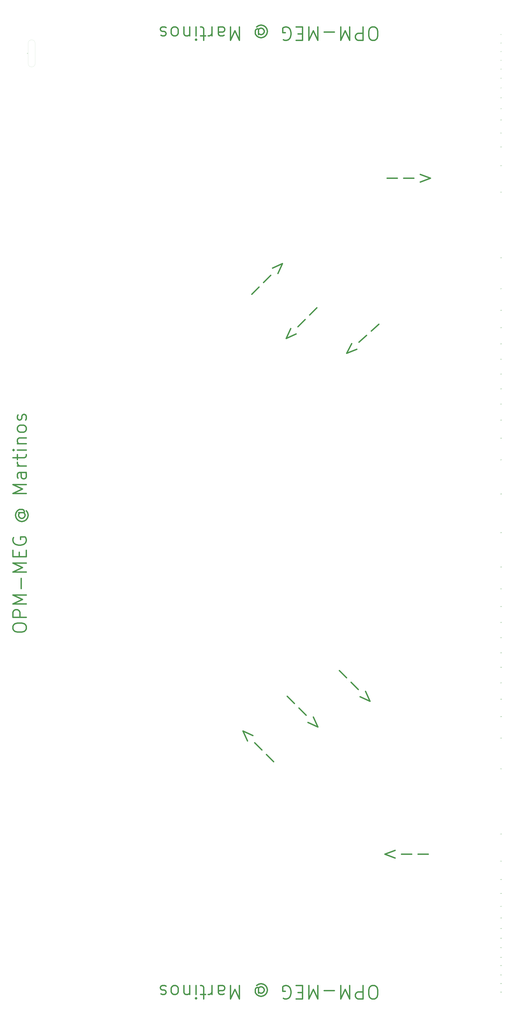
<source format=gbr>
%TF.GenerationSoftware,KiCad,Pcbnew,7.0.1-3b83917a11~172~ubuntu22.04.1*%
%TF.CreationDate,2023-12-10T14:17:30-05:00*%
%TF.ProjectId,coil_template_second,636f696c-5f74-4656-9d70-6c6174655f73,rev?*%
%TF.SameCoordinates,Original*%
%TF.FileFunction,Legend,Top*%
%TF.FilePolarity,Positive*%
%FSLAX46Y46*%
G04 Gerber Fmt 4.6, Leading zero omitted, Abs format (unit mm)*
G04 Created by KiCad (PCBNEW 7.0.1-3b83917a11~172~ubuntu22.04.1) date 2023-12-10 14:17:30*
%MOMM*%
%LPD*%
G01*
G04 APERTURE LIST*
%ADD10C,2.000000*%
%ADD11C,0.150000*%
%ADD12C,0.120000*%
G04 APERTURE END LIST*
D10*
X564111714Y-464256336D02*
X552787603Y-474452612D01*
X545710033Y-480825284D02*
X534385921Y-491021560D01*
X531131955Y-501640775D02*
X515984240Y-507590509D01*
X515984240Y-507590509D02*
X523484748Y-493147691D01*
X427149275Y-1019268339D02*
X437924235Y-1030043300D01*
X444658586Y-1036777650D02*
X455433546Y-1047552611D01*
X466208507Y-1050246351D02*
X472942857Y-1065061922D01*
X472942857Y-1065061922D02*
X458127287Y-1058327571D01*
X576432772Y-246441884D02*
X591670868Y-246441884D01*
X601194677Y-246441884D02*
X616432773Y-246441884D01*
X625956582Y-240727598D02*
X641194678Y-246441884D01*
X641194678Y-246441884D02*
X625956582Y-252156170D01*
X471470855Y-439686800D02*
X460695894Y-450461760D01*
X453961544Y-457196111D02*
X443186583Y-467971071D01*
X440492843Y-478746032D02*
X425677272Y-485480382D01*
X425677272Y-485480382D02*
X432411623Y-470664812D01*
X557619047Y-1470747619D02*
X553809523Y-1470747619D01*
X553809523Y-1470747619D02*
X551904761Y-1469795238D01*
X551904761Y-1469795238D02*
X549999999Y-1467890476D01*
X549999999Y-1467890476D02*
X549047618Y-1464080952D01*
X549047618Y-1464080952D02*
X549047618Y-1457414285D01*
X549047618Y-1457414285D02*
X549999999Y-1453604761D01*
X549999999Y-1453604761D02*
X551904761Y-1451700000D01*
X551904761Y-1451700000D02*
X553809523Y-1450747619D01*
X553809523Y-1450747619D02*
X557619047Y-1450747619D01*
X557619047Y-1450747619D02*
X559523809Y-1451700000D01*
X559523809Y-1451700000D02*
X561428571Y-1453604761D01*
X561428571Y-1453604761D02*
X562380952Y-1457414285D01*
X562380952Y-1457414285D02*
X562380952Y-1464080952D01*
X562380952Y-1464080952D02*
X561428571Y-1467890476D01*
X561428571Y-1467890476D02*
X559523809Y-1469795238D01*
X559523809Y-1469795238D02*
X557619047Y-1470747619D01*
X540476190Y-1450747619D02*
X540476190Y-1470747619D01*
X540476190Y-1470747619D02*
X532857142Y-1470747619D01*
X532857142Y-1470747619D02*
X530952380Y-1469795238D01*
X530952380Y-1469795238D02*
X529999999Y-1468842857D01*
X529999999Y-1468842857D02*
X529047618Y-1466938095D01*
X529047618Y-1466938095D02*
X529047618Y-1464080952D01*
X529047618Y-1464080952D02*
X529999999Y-1462176190D01*
X529999999Y-1462176190D02*
X530952380Y-1461223809D01*
X530952380Y-1461223809D02*
X532857142Y-1460271428D01*
X532857142Y-1460271428D02*
X540476190Y-1460271428D01*
X520476190Y-1450747619D02*
X520476190Y-1470747619D01*
X520476190Y-1470747619D02*
X513809523Y-1456461904D01*
X513809523Y-1456461904D02*
X507142856Y-1470747619D01*
X507142856Y-1470747619D02*
X507142856Y-1450747619D01*
X497619047Y-1458366666D02*
X482380952Y-1458366666D01*
X472857142Y-1450747619D02*
X472857142Y-1470747619D01*
X472857142Y-1470747619D02*
X466190475Y-1456461904D01*
X466190475Y-1456461904D02*
X459523808Y-1470747619D01*
X459523808Y-1470747619D02*
X459523808Y-1450747619D01*
X449999999Y-1461223809D02*
X443333332Y-1461223809D01*
X440476189Y-1450747619D02*
X449999999Y-1450747619D01*
X449999999Y-1450747619D02*
X449999999Y-1470747619D01*
X449999999Y-1470747619D02*
X440476189Y-1470747619D01*
X421428570Y-1469795238D02*
X423333332Y-1470747619D01*
X423333332Y-1470747619D02*
X426190475Y-1470747619D01*
X426190475Y-1470747619D02*
X429047618Y-1469795238D01*
X429047618Y-1469795238D02*
X430952380Y-1467890476D01*
X430952380Y-1467890476D02*
X431904761Y-1465985714D01*
X431904761Y-1465985714D02*
X432857142Y-1462176190D01*
X432857142Y-1462176190D02*
X432857142Y-1459319047D01*
X432857142Y-1459319047D02*
X431904761Y-1455509523D01*
X431904761Y-1455509523D02*
X430952380Y-1453604761D01*
X430952380Y-1453604761D02*
X429047618Y-1451700000D01*
X429047618Y-1451700000D02*
X426190475Y-1450747619D01*
X426190475Y-1450747619D02*
X424285713Y-1450747619D01*
X424285713Y-1450747619D02*
X421428570Y-1451700000D01*
X421428570Y-1451700000D02*
X420476189Y-1452652380D01*
X420476189Y-1452652380D02*
X420476189Y-1459319047D01*
X420476189Y-1459319047D02*
X424285713Y-1459319047D01*
X384285713Y-1460271428D02*
X385238094Y-1461223809D01*
X385238094Y-1461223809D02*
X387142856Y-1462176190D01*
X387142856Y-1462176190D02*
X389047618Y-1462176190D01*
X389047618Y-1462176190D02*
X390952380Y-1461223809D01*
X390952380Y-1461223809D02*
X391904761Y-1460271428D01*
X391904761Y-1460271428D02*
X392857142Y-1458366666D01*
X392857142Y-1458366666D02*
X392857142Y-1456461904D01*
X392857142Y-1456461904D02*
X391904761Y-1454557142D01*
X391904761Y-1454557142D02*
X390952380Y-1453604761D01*
X390952380Y-1453604761D02*
X389047618Y-1452652380D01*
X389047618Y-1452652380D02*
X387142856Y-1452652380D01*
X387142856Y-1452652380D02*
X385238094Y-1453604761D01*
X385238094Y-1453604761D02*
X384285713Y-1454557142D01*
X384285713Y-1462176190D02*
X384285713Y-1454557142D01*
X384285713Y-1454557142D02*
X383333332Y-1453604761D01*
X383333332Y-1453604761D02*
X382380951Y-1453604761D01*
X382380951Y-1453604761D02*
X380476190Y-1454557142D01*
X380476190Y-1454557142D02*
X379523809Y-1456461904D01*
X379523809Y-1456461904D02*
X379523809Y-1461223809D01*
X379523809Y-1461223809D02*
X381428571Y-1464080952D01*
X381428571Y-1464080952D02*
X384285713Y-1465985714D01*
X384285713Y-1465985714D02*
X388095237Y-1466938095D01*
X388095237Y-1466938095D02*
X391904761Y-1465985714D01*
X391904761Y-1465985714D02*
X394761904Y-1464080952D01*
X394761904Y-1464080952D02*
X396666666Y-1461223809D01*
X396666666Y-1461223809D02*
X397619047Y-1457414285D01*
X397619047Y-1457414285D02*
X396666666Y-1453604761D01*
X396666666Y-1453604761D02*
X394761904Y-1450747619D01*
X394761904Y-1450747619D02*
X391904761Y-1448842857D01*
X391904761Y-1448842857D02*
X388095237Y-1447890476D01*
X388095237Y-1447890476D02*
X384285713Y-1448842857D01*
X384285713Y-1448842857D02*
X381428571Y-1450747619D01*
X355714285Y-1450747619D02*
X355714285Y-1470747619D01*
X355714285Y-1470747619D02*
X349047618Y-1456461904D01*
X349047618Y-1456461904D02*
X342380951Y-1470747619D01*
X342380951Y-1470747619D02*
X342380951Y-1450747619D01*
X324285713Y-1450747619D02*
X324285713Y-1461223809D01*
X324285713Y-1461223809D02*
X325238094Y-1463128571D01*
X325238094Y-1463128571D02*
X327142856Y-1464080952D01*
X327142856Y-1464080952D02*
X330952380Y-1464080952D01*
X330952380Y-1464080952D02*
X332857142Y-1463128571D01*
X324285713Y-1451700000D02*
X326190475Y-1450747619D01*
X326190475Y-1450747619D02*
X330952380Y-1450747619D01*
X330952380Y-1450747619D02*
X332857142Y-1451700000D01*
X332857142Y-1451700000D02*
X333809523Y-1453604761D01*
X333809523Y-1453604761D02*
X333809523Y-1455509523D01*
X333809523Y-1455509523D02*
X332857142Y-1457414285D01*
X332857142Y-1457414285D02*
X330952380Y-1458366666D01*
X330952380Y-1458366666D02*
X326190475Y-1458366666D01*
X326190475Y-1458366666D02*
X324285713Y-1459319047D01*
X314761904Y-1450747619D02*
X314761904Y-1464080952D01*
X314761904Y-1460271428D02*
X313809523Y-1462176190D01*
X313809523Y-1462176190D02*
X312857142Y-1463128571D01*
X312857142Y-1463128571D02*
X310952380Y-1464080952D01*
X310952380Y-1464080952D02*
X309047618Y-1464080952D01*
X305238095Y-1464080952D02*
X297619047Y-1464080952D01*
X302380952Y-1470747619D02*
X302380952Y-1453604761D01*
X302380952Y-1453604761D02*
X301428571Y-1451700000D01*
X301428571Y-1451700000D02*
X299523809Y-1450747619D01*
X299523809Y-1450747619D02*
X297619047Y-1450747619D01*
X290952381Y-1450747619D02*
X290952381Y-1464080952D01*
X290952381Y-1470747619D02*
X291904762Y-1469795238D01*
X291904762Y-1469795238D02*
X290952381Y-1468842857D01*
X290952381Y-1468842857D02*
X290000000Y-1469795238D01*
X290000000Y-1469795238D02*
X290952381Y-1470747619D01*
X290952381Y-1470747619D02*
X290952381Y-1468842857D01*
X281428571Y-1464080952D02*
X281428571Y-1450747619D01*
X281428571Y-1462176190D02*
X280476190Y-1463128571D01*
X280476190Y-1463128571D02*
X278571428Y-1464080952D01*
X278571428Y-1464080952D02*
X275714285Y-1464080952D01*
X275714285Y-1464080952D02*
X273809523Y-1463128571D01*
X273809523Y-1463128571D02*
X272857142Y-1461223809D01*
X272857142Y-1461223809D02*
X272857142Y-1450747619D01*
X260476190Y-1450747619D02*
X262380952Y-1451700000D01*
X262380952Y-1451700000D02*
X263333333Y-1452652380D01*
X263333333Y-1452652380D02*
X264285714Y-1454557142D01*
X264285714Y-1454557142D02*
X264285714Y-1460271428D01*
X264285714Y-1460271428D02*
X263333333Y-1462176190D01*
X263333333Y-1462176190D02*
X262380952Y-1463128571D01*
X262380952Y-1463128571D02*
X260476190Y-1464080952D01*
X260476190Y-1464080952D02*
X257619047Y-1464080952D01*
X257619047Y-1464080952D02*
X255714285Y-1463128571D01*
X255714285Y-1463128571D02*
X254761904Y-1462176190D01*
X254761904Y-1462176190D02*
X253809523Y-1460271428D01*
X253809523Y-1460271428D02*
X253809523Y-1454557142D01*
X253809523Y-1454557142D02*
X254761904Y-1452652380D01*
X254761904Y-1452652380D02*
X255714285Y-1451700000D01*
X255714285Y-1451700000D02*
X257619047Y-1450747619D01*
X257619047Y-1450747619D02*
X260476190Y-1450747619D01*
X246190476Y-1451700000D02*
X244285714Y-1450747619D01*
X244285714Y-1450747619D02*
X240476190Y-1450747619D01*
X240476190Y-1450747619D02*
X238571428Y-1451700000D01*
X238571428Y-1451700000D02*
X237619047Y-1453604761D01*
X237619047Y-1453604761D02*
X237619047Y-1454557142D01*
X237619047Y-1454557142D02*
X238571428Y-1456461904D01*
X238571428Y-1456461904D02*
X240476190Y-1457414285D01*
X240476190Y-1457414285D02*
X243333333Y-1457414285D01*
X243333333Y-1457414285D02*
X245238095Y-1458366666D01*
X245238095Y-1458366666D02*
X246190476Y-1460271428D01*
X246190476Y-1460271428D02*
X246190476Y-1461223809D01*
X246190476Y-1461223809D02*
X245238095Y-1463128571D01*
X245238095Y-1463128571D02*
X243333333Y-1464080952D01*
X243333333Y-1464080952D02*
X240476190Y-1464080952D01*
X240476190Y-1464080952D02*
X238571428Y-1463128571D01*
X557619047Y-40747619D02*
X553809523Y-40747619D01*
X553809523Y-40747619D02*
X551904761Y-39795238D01*
X551904761Y-39795238D02*
X549999999Y-37890476D01*
X549999999Y-37890476D02*
X549047618Y-34080952D01*
X549047618Y-34080952D02*
X549047618Y-27414285D01*
X549047618Y-27414285D02*
X549999999Y-23604761D01*
X549999999Y-23604761D02*
X551904761Y-21700000D01*
X551904761Y-21700000D02*
X553809523Y-20747619D01*
X553809523Y-20747619D02*
X557619047Y-20747619D01*
X557619047Y-20747619D02*
X559523809Y-21700000D01*
X559523809Y-21700000D02*
X561428571Y-23604761D01*
X561428571Y-23604761D02*
X562380952Y-27414285D01*
X562380952Y-27414285D02*
X562380952Y-34080952D01*
X562380952Y-34080952D02*
X561428571Y-37890476D01*
X561428571Y-37890476D02*
X559523809Y-39795238D01*
X559523809Y-39795238D02*
X557619047Y-40747619D01*
X540476190Y-20747619D02*
X540476190Y-40747619D01*
X540476190Y-40747619D02*
X532857142Y-40747619D01*
X532857142Y-40747619D02*
X530952380Y-39795238D01*
X530952380Y-39795238D02*
X529999999Y-38842857D01*
X529999999Y-38842857D02*
X529047618Y-36938095D01*
X529047618Y-36938095D02*
X529047618Y-34080952D01*
X529047618Y-34080952D02*
X529999999Y-32176190D01*
X529999999Y-32176190D02*
X530952380Y-31223809D01*
X530952380Y-31223809D02*
X532857142Y-30271428D01*
X532857142Y-30271428D02*
X540476190Y-30271428D01*
X520476190Y-20747619D02*
X520476190Y-40747619D01*
X520476190Y-40747619D02*
X513809523Y-26461904D01*
X513809523Y-26461904D02*
X507142856Y-40747619D01*
X507142856Y-40747619D02*
X507142856Y-20747619D01*
X497619047Y-28366666D02*
X482380952Y-28366666D01*
X472857142Y-20747619D02*
X472857142Y-40747619D01*
X472857142Y-40747619D02*
X466190475Y-26461904D01*
X466190475Y-26461904D02*
X459523808Y-40747619D01*
X459523808Y-40747619D02*
X459523808Y-20747619D01*
X449999999Y-31223809D02*
X443333332Y-31223809D01*
X440476189Y-20747619D02*
X449999999Y-20747619D01*
X449999999Y-20747619D02*
X449999999Y-40747619D01*
X449999999Y-40747619D02*
X440476189Y-40747619D01*
X421428570Y-39795238D02*
X423333332Y-40747619D01*
X423333332Y-40747619D02*
X426190475Y-40747619D01*
X426190475Y-40747619D02*
X429047618Y-39795238D01*
X429047618Y-39795238D02*
X430952380Y-37890476D01*
X430952380Y-37890476D02*
X431904761Y-35985714D01*
X431904761Y-35985714D02*
X432857142Y-32176190D01*
X432857142Y-32176190D02*
X432857142Y-29319047D01*
X432857142Y-29319047D02*
X431904761Y-25509523D01*
X431904761Y-25509523D02*
X430952380Y-23604761D01*
X430952380Y-23604761D02*
X429047618Y-21700000D01*
X429047618Y-21700000D02*
X426190475Y-20747619D01*
X426190475Y-20747619D02*
X424285713Y-20747619D01*
X424285713Y-20747619D02*
X421428570Y-21700000D01*
X421428570Y-21700000D02*
X420476189Y-22652380D01*
X420476189Y-22652380D02*
X420476189Y-29319047D01*
X420476189Y-29319047D02*
X424285713Y-29319047D01*
X384285713Y-30271428D02*
X385238094Y-31223809D01*
X385238094Y-31223809D02*
X387142856Y-32176190D01*
X387142856Y-32176190D02*
X389047618Y-32176190D01*
X389047618Y-32176190D02*
X390952380Y-31223809D01*
X390952380Y-31223809D02*
X391904761Y-30271428D01*
X391904761Y-30271428D02*
X392857142Y-28366666D01*
X392857142Y-28366666D02*
X392857142Y-26461904D01*
X392857142Y-26461904D02*
X391904761Y-24557142D01*
X391904761Y-24557142D02*
X390952380Y-23604761D01*
X390952380Y-23604761D02*
X389047618Y-22652380D01*
X389047618Y-22652380D02*
X387142856Y-22652380D01*
X387142856Y-22652380D02*
X385238094Y-23604761D01*
X385238094Y-23604761D02*
X384285713Y-24557142D01*
X384285713Y-32176190D02*
X384285713Y-24557142D01*
X384285713Y-24557142D02*
X383333332Y-23604761D01*
X383333332Y-23604761D02*
X382380951Y-23604761D01*
X382380951Y-23604761D02*
X380476190Y-24557142D01*
X380476190Y-24557142D02*
X379523809Y-26461904D01*
X379523809Y-26461904D02*
X379523809Y-31223809D01*
X379523809Y-31223809D02*
X381428571Y-34080952D01*
X381428571Y-34080952D02*
X384285713Y-35985714D01*
X384285713Y-35985714D02*
X388095237Y-36938095D01*
X388095237Y-36938095D02*
X391904761Y-35985714D01*
X391904761Y-35985714D02*
X394761904Y-34080952D01*
X394761904Y-34080952D02*
X396666666Y-31223809D01*
X396666666Y-31223809D02*
X397619047Y-27414285D01*
X397619047Y-27414285D02*
X396666666Y-23604761D01*
X396666666Y-23604761D02*
X394761904Y-20747619D01*
X394761904Y-20747619D02*
X391904761Y-18842857D01*
X391904761Y-18842857D02*
X388095237Y-17890476D01*
X388095237Y-17890476D02*
X384285713Y-18842857D01*
X384285713Y-18842857D02*
X381428571Y-20747619D01*
X355714285Y-20747619D02*
X355714285Y-40747619D01*
X355714285Y-40747619D02*
X349047618Y-26461904D01*
X349047618Y-26461904D02*
X342380951Y-40747619D01*
X342380951Y-40747619D02*
X342380951Y-20747619D01*
X324285713Y-20747619D02*
X324285713Y-31223809D01*
X324285713Y-31223809D02*
X325238094Y-33128571D01*
X325238094Y-33128571D02*
X327142856Y-34080952D01*
X327142856Y-34080952D02*
X330952380Y-34080952D01*
X330952380Y-34080952D02*
X332857142Y-33128571D01*
X324285713Y-21700000D02*
X326190475Y-20747619D01*
X326190475Y-20747619D02*
X330952380Y-20747619D01*
X330952380Y-20747619D02*
X332857142Y-21700000D01*
X332857142Y-21700000D02*
X333809523Y-23604761D01*
X333809523Y-23604761D02*
X333809523Y-25509523D01*
X333809523Y-25509523D02*
X332857142Y-27414285D01*
X332857142Y-27414285D02*
X330952380Y-28366666D01*
X330952380Y-28366666D02*
X326190475Y-28366666D01*
X326190475Y-28366666D02*
X324285713Y-29319047D01*
X314761904Y-20747619D02*
X314761904Y-34080952D01*
X314761904Y-30271428D02*
X313809523Y-32176190D01*
X313809523Y-32176190D02*
X312857142Y-33128571D01*
X312857142Y-33128571D02*
X310952380Y-34080952D01*
X310952380Y-34080952D02*
X309047618Y-34080952D01*
X305238095Y-34080952D02*
X297619047Y-34080952D01*
X302380952Y-40747619D02*
X302380952Y-23604761D01*
X302380952Y-23604761D02*
X301428571Y-21700000D01*
X301428571Y-21700000D02*
X299523809Y-20747619D01*
X299523809Y-20747619D02*
X297619047Y-20747619D01*
X290952381Y-20747619D02*
X290952381Y-34080952D01*
X290952381Y-40747619D02*
X291904762Y-39795238D01*
X291904762Y-39795238D02*
X290952381Y-38842857D01*
X290952381Y-38842857D02*
X290000000Y-39795238D01*
X290000000Y-39795238D02*
X290952381Y-40747619D01*
X290952381Y-40747619D02*
X290952381Y-38842857D01*
X281428571Y-34080952D02*
X281428571Y-20747619D01*
X281428571Y-32176190D02*
X280476190Y-33128571D01*
X280476190Y-33128571D02*
X278571428Y-34080952D01*
X278571428Y-34080952D02*
X275714285Y-34080952D01*
X275714285Y-34080952D02*
X273809523Y-33128571D01*
X273809523Y-33128571D02*
X272857142Y-31223809D01*
X272857142Y-31223809D02*
X272857142Y-20747619D01*
X260476190Y-20747619D02*
X262380952Y-21700000D01*
X262380952Y-21700000D02*
X263333333Y-22652380D01*
X263333333Y-22652380D02*
X264285714Y-24557142D01*
X264285714Y-24557142D02*
X264285714Y-30271428D01*
X264285714Y-30271428D02*
X263333333Y-32176190D01*
X263333333Y-32176190D02*
X262380952Y-33128571D01*
X262380952Y-33128571D02*
X260476190Y-34080952D01*
X260476190Y-34080952D02*
X257619047Y-34080952D01*
X257619047Y-34080952D02*
X255714285Y-33128571D01*
X255714285Y-33128571D02*
X254761904Y-32176190D01*
X254761904Y-32176190D02*
X253809523Y-30271428D01*
X253809523Y-30271428D02*
X253809523Y-24557142D01*
X253809523Y-24557142D02*
X254761904Y-22652380D01*
X254761904Y-22652380D02*
X255714285Y-21700000D01*
X255714285Y-21700000D02*
X257619047Y-20747619D01*
X257619047Y-20747619D02*
X260476190Y-20747619D01*
X246190476Y-21700000D02*
X244285714Y-20747619D01*
X244285714Y-20747619D02*
X240476190Y-20747619D01*
X240476190Y-20747619D02*
X238571428Y-21700000D01*
X238571428Y-21700000D02*
X237619047Y-23604761D01*
X237619047Y-23604761D02*
X237619047Y-24557142D01*
X237619047Y-24557142D02*
X238571428Y-26461904D01*
X238571428Y-26461904D02*
X240476190Y-27414285D01*
X240476190Y-27414285D02*
X243333333Y-27414285D01*
X243333333Y-27414285D02*
X245238095Y-28366666D01*
X245238095Y-28366666D02*
X246190476Y-30271428D01*
X246190476Y-30271428D02*
X246190476Y-31223809D01*
X246190476Y-31223809D02*
X245238095Y-33128571D01*
X245238095Y-33128571D02*
X243333333Y-34080952D01*
X243333333Y-34080952D02*
X240476190Y-34080952D01*
X240476190Y-34080952D02*
X238571428Y-33128571D01*
X17284077Y-918644629D02*
X17284077Y-914835105D01*
X17284077Y-914835105D02*
X18236458Y-912930343D01*
X18236458Y-912930343D02*
X20141220Y-911025581D01*
X20141220Y-911025581D02*
X23950744Y-910073200D01*
X23950744Y-910073200D02*
X30617411Y-910073200D01*
X30617411Y-910073200D02*
X34426935Y-911025581D01*
X34426935Y-911025581D02*
X36331697Y-912930343D01*
X36331697Y-912930343D02*
X37284077Y-914835105D01*
X37284077Y-914835105D02*
X37284077Y-918644629D01*
X37284077Y-918644629D02*
X36331697Y-920549391D01*
X36331697Y-920549391D02*
X34426935Y-922454153D01*
X34426935Y-922454153D02*
X30617411Y-923406534D01*
X30617411Y-923406534D02*
X23950744Y-923406534D01*
X23950744Y-923406534D02*
X20141220Y-922454153D01*
X20141220Y-922454153D02*
X18236458Y-920549391D01*
X18236458Y-920549391D02*
X17284077Y-918644629D01*
X37284077Y-901501772D02*
X17284077Y-901501772D01*
X17284077Y-901501772D02*
X17284077Y-893882724D01*
X17284077Y-893882724D02*
X18236458Y-891977962D01*
X18236458Y-891977962D02*
X19188839Y-891025581D01*
X19188839Y-891025581D02*
X21093601Y-890073200D01*
X21093601Y-890073200D02*
X23950744Y-890073200D01*
X23950744Y-890073200D02*
X25855506Y-891025581D01*
X25855506Y-891025581D02*
X26807887Y-891977962D01*
X26807887Y-891977962D02*
X27760268Y-893882724D01*
X27760268Y-893882724D02*
X27760268Y-901501772D01*
X37284077Y-881501772D02*
X17284077Y-881501772D01*
X17284077Y-881501772D02*
X31569792Y-874835105D01*
X31569792Y-874835105D02*
X17284077Y-868168438D01*
X17284077Y-868168438D02*
X37284077Y-868168438D01*
X29665030Y-858644629D02*
X29665030Y-843406534D01*
X37284077Y-833882724D02*
X17284077Y-833882724D01*
X17284077Y-833882724D02*
X31569792Y-827216057D01*
X31569792Y-827216057D02*
X17284077Y-820549390D01*
X17284077Y-820549390D02*
X37284077Y-820549390D01*
X26807887Y-811025581D02*
X26807887Y-804358914D01*
X37284077Y-801501771D02*
X37284077Y-811025581D01*
X37284077Y-811025581D02*
X17284077Y-811025581D01*
X17284077Y-811025581D02*
X17284077Y-801501771D01*
X18236458Y-782454152D02*
X17284077Y-784358914D01*
X17284077Y-784358914D02*
X17284077Y-787216057D01*
X17284077Y-787216057D02*
X18236458Y-790073200D01*
X18236458Y-790073200D02*
X20141220Y-791977962D01*
X20141220Y-791977962D02*
X22045982Y-792930343D01*
X22045982Y-792930343D02*
X25855506Y-793882724D01*
X25855506Y-793882724D02*
X28712649Y-793882724D01*
X28712649Y-793882724D02*
X32522173Y-792930343D01*
X32522173Y-792930343D02*
X34426935Y-791977962D01*
X34426935Y-791977962D02*
X36331697Y-790073200D01*
X36331697Y-790073200D02*
X37284077Y-787216057D01*
X37284077Y-787216057D02*
X37284077Y-785311295D01*
X37284077Y-785311295D02*
X36331697Y-782454152D01*
X36331697Y-782454152D02*
X35379316Y-781501771D01*
X35379316Y-781501771D02*
X28712649Y-781501771D01*
X28712649Y-781501771D02*
X28712649Y-785311295D01*
X27760268Y-745311295D02*
X26807887Y-746263676D01*
X26807887Y-746263676D02*
X25855506Y-748168438D01*
X25855506Y-748168438D02*
X25855506Y-750073200D01*
X25855506Y-750073200D02*
X26807887Y-751977962D01*
X26807887Y-751977962D02*
X27760268Y-752930343D01*
X27760268Y-752930343D02*
X29665030Y-753882724D01*
X29665030Y-753882724D02*
X31569792Y-753882724D01*
X31569792Y-753882724D02*
X33474554Y-752930343D01*
X33474554Y-752930343D02*
X34426935Y-751977962D01*
X34426935Y-751977962D02*
X35379316Y-750073200D01*
X35379316Y-750073200D02*
X35379316Y-748168438D01*
X35379316Y-748168438D02*
X34426935Y-746263676D01*
X34426935Y-746263676D02*
X33474554Y-745311295D01*
X25855506Y-745311295D02*
X33474554Y-745311295D01*
X33474554Y-745311295D02*
X34426935Y-744358914D01*
X34426935Y-744358914D02*
X34426935Y-743406533D01*
X34426935Y-743406533D02*
X33474554Y-741501772D01*
X33474554Y-741501772D02*
X31569792Y-740549391D01*
X31569792Y-740549391D02*
X26807887Y-740549391D01*
X26807887Y-740549391D02*
X23950744Y-742454153D01*
X23950744Y-742454153D02*
X22045982Y-745311295D01*
X22045982Y-745311295D02*
X21093601Y-749120819D01*
X21093601Y-749120819D02*
X22045982Y-752930343D01*
X22045982Y-752930343D02*
X23950744Y-755787486D01*
X23950744Y-755787486D02*
X26807887Y-757692248D01*
X26807887Y-757692248D02*
X30617411Y-758644629D01*
X30617411Y-758644629D02*
X34426935Y-757692248D01*
X34426935Y-757692248D02*
X37284077Y-755787486D01*
X37284077Y-755787486D02*
X39188839Y-752930343D01*
X39188839Y-752930343D02*
X40141220Y-749120819D01*
X40141220Y-749120819D02*
X39188839Y-745311295D01*
X39188839Y-745311295D02*
X37284077Y-742454153D01*
X37284077Y-716739867D02*
X17284077Y-716739867D01*
X17284077Y-716739867D02*
X31569792Y-710073200D01*
X31569792Y-710073200D02*
X17284077Y-703406533D01*
X17284077Y-703406533D02*
X37284077Y-703406533D01*
X37284077Y-685311295D02*
X26807887Y-685311295D01*
X26807887Y-685311295D02*
X24903125Y-686263676D01*
X24903125Y-686263676D02*
X23950744Y-688168438D01*
X23950744Y-688168438D02*
X23950744Y-691977962D01*
X23950744Y-691977962D02*
X24903125Y-693882724D01*
X36331697Y-685311295D02*
X37284077Y-687216057D01*
X37284077Y-687216057D02*
X37284077Y-691977962D01*
X37284077Y-691977962D02*
X36331697Y-693882724D01*
X36331697Y-693882724D02*
X34426935Y-694835105D01*
X34426935Y-694835105D02*
X32522173Y-694835105D01*
X32522173Y-694835105D02*
X30617411Y-693882724D01*
X30617411Y-693882724D02*
X29665030Y-691977962D01*
X29665030Y-691977962D02*
X29665030Y-687216057D01*
X29665030Y-687216057D02*
X28712649Y-685311295D01*
X37284077Y-675787486D02*
X23950744Y-675787486D01*
X27760268Y-675787486D02*
X25855506Y-674835105D01*
X25855506Y-674835105D02*
X24903125Y-673882724D01*
X24903125Y-673882724D02*
X23950744Y-671977962D01*
X23950744Y-671977962D02*
X23950744Y-670073200D01*
X23950744Y-666263677D02*
X23950744Y-658644629D01*
X17284077Y-663406534D02*
X34426935Y-663406534D01*
X34426935Y-663406534D02*
X36331697Y-662454153D01*
X36331697Y-662454153D02*
X37284077Y-660549391D01*
X37284077Y-660549391D02*
X37284077Y-658644629D01*
X37284077Y-651977963D02*
X23950744Y-651977963D01*
X17284077Y-651977963D02*
X18236458Y-652930344D01*
X18236458Y-652930344D02*
X19188839Y-651977963D01*
X19188839Y-651977963D02*
X18236458Y-651025582D01*
X18236458Y-651025582D02*
X17284077Y-651977963D01*
X17284077Y-651977963D02*
X19188839Y-651977963D01*
X23950744Y-642454153D02*
X37284077Y-642454153D01*
X25855506Y-642454153D02*
X24903125Y-641501772D01*
X24903125Y-641501772D02*
X23950744Y-639597010D01*
X23950744Y-639597010D02*
X23950744Y-636739867D01*
X23950744Y-636739867D02*
X24903125Y-634835105D01*
X24903125Y-634835105D02*
X26807887Y-633882724D01*
X26807887Y-633882724D02*
X37284077Y-633882724D01*
X37284077Y-621501772D02*
X36331697Y-623406534D01*
X36331697Y-623406534D02*
X35379316Y-624358915D01*
X35379316Y-624358915D02*
X33474554Y-625311296D01*
X33474554Y-625311296D02*
X27760268Y-625311296D01*
X27760268Y-625311296D02*
X25855506Y-624358915D01*
X25855506Y-624358915D02*
X24903125Y-623406534D01*
X24903125Y-623406534D02*
X23950744Y-621501772D01*
X23950744Y-621501772D02*
X23950744Y-618644629D01*
X23950744Y-618644629D02*
X24903125Y-616739867D01*
X24903125Y-616739867D02*
X25855506Y-615787486D01*
X25855506Y-615787486D02*
X27760268Y-614835105D01*
X27760268Y-614835105D02*
X33474554Y-614835105D01*
X33474554Y-614835105D02*
X35379316Y-615787486D01*
X35379316Y-615787486D02*
X36331697Y-616739867D01*
X36331697Y-616739867D02*
X37284077Y-618644629D01*
X37284077Y-618644629D02*
X37284077Y-621501772D01*
X36331697Y-607216058D02*
X37284077Y-605311296D01*
X37284077Y-605311296D02*
X37284077Y-601501772D01*
X37284077Y-601501772D02*
X36331697Y-599597010D01*
X36331697Y-599597010D02*
X34426935Y-598644629D01*
X34426935Y-598644629D02*
X33474554Y-598644629D01*
X33474554Y-598644629D02*
X31569792Y-599597010D01*
X31569792Y-599597010D02*
X30617411Y-601501772D01*
X30617411Y-601501772D02*
X30617411Y-604358915D01*
X30617411Y-604358915D02*
X29665030Y-606263677D01*
X29665030Y-606263677D02*
X27760268Y-607216058D01*
X27760268Y-607216058D02*
X26807887Y-607216058D01*
X26807887Y-607216058D02*
X24903125Y-606263677D01*
X24903125Y-606263677D02*
X23950744Y-604358915D01*
X23950744Y-604358915D02*
X23950744Y-601501772D01*
X23950744Y-601501772D02*
X24903125Y-599597010D01*
X505082767Y-980871308D02*
X515857727Y-991646269D01*
X522592078Y-998380619D02*
X533367038Y-1009155580D01*
X544141999Y-1011849320D02*
X550876349Y-1026664891D01*
X550876349Y-1026664891D02*
X536060779Y-1019930540D01*
X374269095Y-419554348D02*
X385044056Y-408779388D01*
X391778406Y-402045037D02*
X402553367Y-391270077D01*
X405247107Y-380495116D02*
X420062678Y-373760766D01*
X420062678Y-373760766D02*
X413328327Y-388576336D01*
X637912254Y-1254805050D02*
X622674159Y-1254805050D01*
X613150349Y-1254805050D02*
X597912254Y-1254805050D01*
X588388444Y-1260519336D02*
X573150349Y-1254805050D01*
X573150349Y-1254805050D02*
X588388444Y-1249090764D01*
X406877104Y-1116889257D02*
X396102144Y-1106114296D01*
X389367793Y-1099379946D02*
X378592833Y-1088604985D01*
X367817872Y-1085911245D02*
X361083522Y-1071095674D01*
X361083522Y-1071095674D02*
X375899092Y-1077830025D01*
D11*
%TO.C,J56*%
X745690476Y-1460025891D02*
X745690476Y-1460740176D01*
X745690476Y-1460740176D02*
X745642857Y-1460883033D01*
X745642857Y-1460883033D02*
X745547619Y-1460978272D01*
X745547619Y-1460978272D02*
X745404762Y-1461025891D01*
X745404762Y-1461025891D02*
X745309524Y-1461025891D01*
X746642857Y-1460025891D02*
X746166667Y-1460025891D01*
X746166667Y-1460025891D02*
X746119048Y-1460502081D01*
X746119048Y-1460502081D02*
X746166667Y-1460454462D01*
X746166667Y-1460454462D02*
X746261905Y-1460406843D01*
X746261905Y-1460406843D02*
X746500000Y-1460406843D01*
X746500000Y-1460406843D02*
X746595238Y-1460454462D01*
X746595238Y-1460454462D02*
X746642857Y-1460502081D01*
X746642857Y-1460502081D02*
X746690476Y-1460597319D01*
X746690476Y-1460597319D02*
X746690476Y-1460835414D01*
X746690476Y-1460835414D02*
X746642857Y-1460930652D01*
X746642857Y-1460930652D02*
X746595238Y-1460978272D01*
X746595238Y-1460978272D02*
X746500000Y-1461025891D01*
X746500000Y-1461025891D02*
X746261905Y-1461025891D01*
X746261905Y-1461025891D02*
X746166667Y-1460978272D01*
X746166667Y-1460978272D02*
X746119048Y-1460930652D01*
X747547619Y-1460025891D02*
X747357143Y-1460025891D01*
X747357143Y-1460025891D02*
X747261905Y-1460073510D01*
X747261905Y-1460073510D02*
X747214286Y-1460121129D01*
X747214286Y-1460121129D02*
X747119048Y-1460263986D01*
X747119048Y-1460263986D02*
X747071429Y-1460454462D01*
X747071429Y-1460454462D02*
X747071429Y-1460835414D01*
X747071429Y-1460835414D02*
X747119048Y-1460930652D01*
X747119048Y-1460930652D02*
X747166667Y-1460978272D01*
X747166667Y-1460978272D02*
X747261905Y-1461025891D01*
X747261905Y-1461025891D02*
X747452381Y-1461025891D01*
X747452381Y-1461025891D02*
X747547619Y-1460978272D01*
X747547619Y-1460978272D02*
X747595238Y-1460930652D01*
X747595238Y-1460930652D02*
X747642857Y-1460835414D01*
X747642857Y-1460835414D02*
X747642857Y-1460597319D01*
X747642857Y-1460597319D02*
X747595238Y-1460502081D01*
X747595238Y-1460502081D02*
X747547619Y-1460454462D01*
X747547619Y-1460454462D02*
X747452381Y-1460406843D01*
X747452381Y-1460406843D02*
X747261905Y-1460406843D01*
X747261905Y-1460406843D02*
X747166667Y-1460454462D01*
X747166667Y-1460454462D02*
X747119048Y-1460502081D01*
X747119048Y-1460502081D02*
X747071429Y-1460597319D01*
%TO.C,J7*%
X746166666Y-111301752D02*
X746166666Y-112016037D01*
X746166666Y-112016037D02*
X746119047Y-112158894D01*
X746119047Y-112158894D02*
X746023809Y-112254133D01*
X746023809Y-112254133D02*
X745880952Y-112301752D01*
X745880952Y-112301752D02*
X745785714Y-112301752D01*
X746547619Y-111301752D02*
X747214285Y-111301752D01*
X747214285Y-111301752D02*
X746785714Y-112301752D01*
%TO.C,J20*%
X745690476Y-492991717D02*
X745690476Y-493706002D01*
X745690476Y-493706002D02*
X745642857Y-493848859D01*
X745642857Y-493848859D02*
X745547619Y-493944098D01*
X745547619Y-493944098D02*
X745404762Y-493991717D01*
X745404762Y-493991717D02*
X745309524Y-493991717D01*
X746119048Y-493086955D02*
X746166667Y-493039336D01*
X746166667Y-493039336D02*
X746261905Y-492991717D01*
X746261905Y-492991717D02*
X746500000Y-492991717D01*
X746500000Y-492991717D02*
X746595238Y-493039336D01*
X746595238Y-493039336D02*
X746642857Y-493086955D01*
X746642857Y-493086955D02*
X746690476Y-493182193D01*
X746690476Y-493182193D02*
X746690476Y-493277431D01*
X746690476Y-493277431D02*
X746642857Y-493420288D01*
X746642857Y-493420288D02*
X746071429Y-493991717D01*
X746071429Y-493991717D02*
X746690476Y-493991717D01*
X747309524Y-492991717D02*
X747404762Y-492991717D01*
X747404762Y-492991717D02*
X747500000Y-493039336D01*
X747500000Y-493039336D02*
X747547619Y-493086955D01*
X747547619Y-493086955D02*
X747595238Y-493182193D01*
X747595238Y-493182193D02*
X747642857Y-493372669D01*
X747642857Y-493372669D02*
X747642857Y-493610764D01*
X747642857Y-493610764D02*
X747595238Y-493801240D01*
X747595238Y-493801240D02*
X747547619Y-493896478D01*
X747547619Y-493896478D02*
X747500000Y-493944098D01*
X747500000Y-493944098D02*
X747404762Y-493991717D01*
X747404762Y-493991717D02*
X747309524Y-493991717D01*
X747309524Y-493991717D02*
X747214286Y-493944098D01*
X747214286Y-493944098D02*
X747166667Y-493896478D01*
X747166667Y-493896478D02*
X747119048Y-493801240D01*
X747119048Y-493801240D02*
X747071429Y-493610764D01*
X747071429Y-493610764D02*
X747071429Y-493372669D01*
X747071429Y-493372669D02*
X747119048Y-493182193D01*
X747119048Y-493182193D02*
X747166667Y-493086955D01*
X747166667Y-493086955D02*
X747214286Y-493039336D01*
X747214286Y-493039336D02*
X747309524Y-492991717D01*
%TO.C,J54*%
X745690476Y-1434410714D02*
X745690476Y-1435124999D01*
X745690476Y-1435124999D02*
X745642857Y-1435267856D01*
X745642857Y-1435267856D02*
X745547619Y-1435363095D01*
X745547619Y-1435363095D02*
X745404762Y-1435410714D01*
X745404762Y-1435410714D02*
X745309524Y-1435410714D01*
X746642857Y-1434410714D02*
X746166667Y-1434410714D01*
X746166667Y-1434410714D02*
X746119048Y-1434886904D01*
X746119048Y-1434886904D02*
X746166667Y-1434839285D01*
X746166667Y-1434839285D02*
X746261905Y-1434791666D01*
X746261905Y-1434791666D02*
X746500000Y-1434791666D01*
X746500000Y-1434791666D02*
X746595238Y-1434839285D01*
X746595238Y-1434839285D02*
X746642857Y-1434886904D01*
X746642857Y-1434886904D02*
X746690476Y-1434982142D01*
X746690476Y-1434982142D02*
X746690476Y-1435220237D01*
X746690476Y-1435220237D02*
X746642857Y-1435315475D01*
X746642857Y-1435315475D02*
X746595238Y-1435363095D01*
X746595238Y-1435363095D02*
X746500000Y-1435410714D01*
X746500000Y-1435410714D02*
X746261905Y-1435410714D01*
X746261905Y-1435410714D02*
X746166667Y-1435363095D01*
X746166667Y-1435363095D02*
X746119048Y-1435315475D01*
X747547619Y-1434744047D02*
X747547619Y-1435410714D01*
X747309524Y-1434363095D02*
X747071429Y-1435077380D01*
X747071429Y-1435077380D02*
X747690476Y-1435077380D01*
%TO.C,J34*%
X745690476Y-931319326D02*
X745690476Y-932033611D01*
X745690476Y-932033611D02*
X745642857Y-932176468D01*
X745642857Y-932176468D02*
X745547619Y-932271707D01*
X745547619Y-932271707D02*
X745404762Y-932319326D01*
X745404762Y-932319326D02*
X745309524Y-932319326D01*
X746071429Y-931319326D02*
X746690476Y-931319326D01*
X746690476Y-931319326D02*
X746357143Y-931700278D01*
X746357143Y-931700278D02*
X746500000Y-931700278D01*
X746500000Y-931700278D02*
X746595238Y-931747897D01*
X746595238Y-931747897D02*
X746642857Y-931795516D01*
X746642857Y-931795516D02*
X746690476Y-931890754D01*
X746690476Y-931890754D02*
X746690476Y-932128849D01*
X746690476Y-932128849D02*
X746642857Y-932224087D01*
X746642857Y-932224087D02*
X746595238Y-932271707D01*
X746595238Y-932271707D02*
X746500000Y-932319326D01*
X746500000Y-932319326D02*
X746214286Y-932319326D01*
X746214286Y-932319326D02*
X746119048Y-932271707D01*
X746119048Y-932271707D02*
X746071429Y-932224087D01*
X747547619Y-931652659D02*
X747547619Y-932319326D01*
X747309524Y-931271707D02*
X747071429Y-931985992D01*
X747071429Y-931985992D02*
X747690476Y-931985992D01*
%TO.C,J1*%
X38462619Y-60588333D02*
X39176904Y-60588333D01*
X39176904Y-60588333D02*
X39319761Y-60635952D01*
X39319761Y-60635952D02*
X39415000Y-60731190D01*
X39415000Y-60731190D02*
X39462619Y-60874047D01*
X39462619Y-60874047D02*
X39462619Y-60969285D01*
X39462619Y-59588333D02*
X39462619Y-60159761D01*
X39462619Y-59874047D02*
X38462619Y-59874047D01*
X38462619Y-59874047D02*
X38605476Y-59969285D01*
X38605476Y-59969285D02*
X38700714Y-60064523D01*
X38700714Y-60064523D02*
X38748333Y-60159761D01*
%TO.C,J33*%
X745690476Y-908621743D02*
X745690476Y-909336028D01*
X745690476Y-909336028D02*
X745642857Y-909478885D01*
X745642857Y-909478885D02*
X745547619Y-909574124D01*
X745547619Y-909574124D02*
X745404762Y-909621743D01*
X745404762Y-909621743D02*
X745309524Y-909621743D01*
X746071429Y-908621743D02*
X746690476Y-908621743D01*
X746690476Y-908621743D02*
X746357143Y-909002695D01*
X746357143Y-909002695D02*
X746500000Y-909002695D01*
X746500000Y-909002695D02*
X746595238Y-909050314D01*
X746595238Y-909050314D02*
X746642857Y-909097933D01*
X746642857Y-909097933D02*
X746690476Y-909193171D01*
X746690476Y-909193171D02*
X746690476Y-909431266D01*
X746690476Y-909431266D02*
X746642857Y-909526504D01*
X746642857Y-909526504D02*
X746595238Y-909574124D01*
X746595238Y-909574124D02*
X746500000Y-909621743D01*
X746500000Y-909621743D02*
X746214286Y-909621743D01*
X746214286Y-909621743D02*
X746119048Y-909574124D01*
X746119048Y-909574124D02*
X746071429Y-909526504D01*
X747023810Y-908621743D02*
X747642857Y-908621743D01*
X747642857Y-908621743D02*
X747309524Y-909002695D01*
X747309524Y-909002695D02*
X747452381Y-909002695D01*
X747452381Y-909002695D02*
X747547619Y-909050314D01*
X747547619Y-909050314D02*
X747595238Y-909097933D01*
X747595238Y-909097933D02*
X747642857Y-909193171D01*
X747642857Y-909193171D02*
X747642857Y-909431266D01*
X747642857Y-909431266D02*
X747595238Y-909526504D01*
X747595238Y-909526504D02*
X747547619Y-909574124D01*
X747547619Y-909574124D02*
X747452381Y-909621743D01*
X747452381Y-909621743D02*
X747166667Y-909621743D01*
X747166667Y-909621743D02*
X747071429Y-909574124D01*
X747071429Y-909574124D02*
X747023810Y-909526504D01*
%TO.C,J45*%
X745690476Y-1292029159D02*
X745690476Y-1292743444D01*
X745690476Y-1292743444D02*
X745642857Y-1292886301D01*
X745642857Y-1292886301D02*
X745547619Y-1292981540D01*
X745547619Y-1292981540D02*
X745404762Y-1293029159D01*
X745404762Y-1293029159D02*
X745309524Y-1293029159D01*
X746595238Y-1292362492D02*
X746595238Y-1293029159D01*
X746357143Y-1291981540D02*
X746119048Y-1292695825D01*
X746119048Y-1292695825D02*
X746738095Y-1292695825D01*
X747595238Y-1292029159D02*
X747119048Y-1292029159D01*
X747119048Y-1292029159D02*
X747071429Y-1292505349D01*
X747071429Y-1292505349D02*
X747119048Y-1292457730D01*
X747119048Y-1292457730D02*
X747214286Y-1292410111D01*
X747214286Y-1292410111D02*
X747452381Y-1292410111D01*
X747452381Y-1292410111D02*
X747547619Y-1292457730D01*
X747547619Y-1292457730D02*
X747595238Y-1292505349D01*
X747595238Y-1292505349D02*
X747642857Y-1292600587D01*
X747642857Y-1292600587D02*
X747642857Y-1292838682D01*
X747642857Y-1292838682D02*
X747595238Y-1292933920D01*
X747595238Y-1292933920D02*
X747547619Y-1292981540D01*
X747547619Y-1292981540D02*
X747452381Y-1293029159D01*
X747452381Y-1293029159D02*
X747214286Y-1293029159D01*
X747214286Y-1293029159D02*
X747119048Y-1292981540D01*
X747119048Y-1292981540D02*
X747071429Y-1292933920D01*
%TO.C,J10*%
X745690476Y-158949357D02*
X745690476Y-159663642D01*
X745690476Y-159663642D02*
X745642857Y-159806499D01*
X745642857Y-159806499D02*
X745547619Y-159901738D01*
X745547619Y-159901738D02*
X745404762Y-159949357D01*
X745404762Y-159949357D02*
X745309524Y-159949357D01*
X746690476Y-159949357D02*
X746119048Y-159949357D01*
X746404762Y-159949357D02*
X746404762Y-158949357D01*
X746404762Y-158949357D02*
X746309524Y-159092214D01*
X746309524Y-159092214D02*
X746214286Y-159187452D01*
X746214286Y-159187452D02*
X746119048Y-159235071D01*
X747309524Y-158949357D02*
X747404762Y-158949357D01*
X747404762Y-158949357D02*
X747500000Y-158996976D01*
X747500000Y-158996976D02*
X747547619Y-159044595D01*
X747547619Y-159044595D02*
X747595238Y-159139833D01*
X747595238Y-159139833D02*
X747642857Y-159330309D01*
X747642857Y-159330309D02*
X747642857Y-159568404D01*
X747642857Y-159568404D02*
X747595238Y-159758880D01*
X747595238Y-159758880D02*
X747547619Y-159854118D01*
X747547619Y-159854118D02*
X747500000Y-159901738D01*
X747500000Y-159901738D02*
X747404762Y-159949357D01*
X747404762Y-159949357D02*
X747309524Y-159949357D01*
X747309524Y-159949357D02*
X747214286Y-159901738D01*
X747214286Y-159901738D02*
X747166667Y-159854118D01*
X747166667Y-159854118D02*
X747119048Y-159758880D01*
X747119048Y-159758880D02*
X747071429Y-159568404D01*
X747071429Y-159568404D02*
X747071429Y-159330309D01*
X747071429Y-159330309D02*
X747119048Y-159139833D01*
X747119048Y-159139833D02*
X747166667Y-159044595D01*
X747166667Y-159044595D02*
X747214286Y-158996976D01*
X747214286Y-158996976D02*
X747309524Y-158949357D01*
%TO.C,J49*%
X745690476Y-1365133304D02*
X745690476Y-1365847589D01*
X745690476Y-1365847589D02*
X745642857Y-1365990446D01*
X745642857Y-1365990446D02*
X745547619Y-1366085685D01*
X745547619Y-1366085685D02*
X745404762Y-1366133304D01*
X745404762Y-1366133304D02*
X745309524Y-1366133304D01*
X746595238Y-1365466637D02*
X746595238Y-1366133304D01*
X746357143Y-1365085685D02*
X746119048Y-1365799970D01*
X746119048Y-1365799970D02*
X746738095Y-1365799970D01*
X747166667Y-1366133304D02*
X747357143Y-1366133304D01*
X747357143Y-1366133304D02*
X747452381Y-1366085685D01*
X747452381Y-1366085685D02*
X747500000Y-1366038065D01*
X747500000Y-1366038065D02*
X747595238Y-1365895208D01*
X747595238Y-1365895208D02*
X747642857Y-1365704732D01*
X747642857Y-1365704732D02*
X747642857Y-1365323780D01*
X747642857Y-1365323780D02*
X747595238Y-1365228542D01*
X747595238Y-1365228542D02*
X747547619Y-1365180923D01*
X747547619Y-1365180923D02*
X747452381Y-1365133304D01*
X747452381Y-1365133304D02*
X747261905Y-1365133304D01*
X747261905Y-1365133304D02*
X747166667Y-1365180923D01*
X747166667Y-1365180923D02*
X747119048Y-1365228542D01*
X747119048Y-1365228542D02*
X747071429Y-1365323780D01*
X747071429Y-1365323780D02*
X747071429Y-1365561875D01*
X747071429Y-1365561875D02*
X747119048Y-1365657113D01*
X747119048Y-1365657113D02*
X747166667Y-1365704732D01*
X747166667Y-1365704732D02*
X747261905Y-1365752351D01*
X747261905Y-1365752351D02*
X747452381Y-1365752351D01*
X747452381Y-1365752351D02*
X747547619Y-1365704732D01*
X747547619Y-1365704732D02*
X747595238Y-1365657113D01*
X747595238Y-1365657113D02*
X747642857Y-1365561875D01*
%TO.C,J35*%
X745690476Y-953885709D02*
X745690476Y-954599994D01*
X745690476Y-954599994D02*
X745642857Y-954742851D01*
X745642857Y-954742851D02*
X745547619Y-954838090D01*
X745547619Y-954838090D02*
X745404762Y-954885709D01*
X745404762Y-954885709D02*
X745309524Y-954885709D01*
X746071429Y-953885709D02*
X746690476Y-953885709D01*
X746690476Y-953885709D02*
X746357143Y-954266661D01*
X746357143Y-954266661D02*
X746500000Y-954266661D01*
X746500000Y-954266661D02*
X746595238Y-954314280D01*
X746595238Y-954314280D02*
X746642857Y-954361899D01*
X746642857Y-954361899D02*
X746690476Y-954457137D01*
X746690476Y-954457137D02*
X746690476Y-954695232D01*
X746690476Y-954695232D02*
X746642857Y-954790470D01*
X746642857Y-954790470D02*
X746595238Y-954838090D01*
X746595238Y-954838090D02*
X746500000Y-954885709D01*
X746500000Y-954885709D02*
X746214286Y-954885709D01*
X746214286Y-954885709D02*
X746119048Y-954838090D01*
X746119048Y-954838090D02*
X746071429Y-954790470D01*
X747595238Y-953885709D02*
X747119048Y-953885709D01*
X747119048Y-953885709D02*
X747071429Y-954361899D01*
X747071429Y-954361899D02*
X747119048Y-954314280D01*
X747119048Y-954314280D02*
X747214286Y-954266661D01*
X747214286Y-954266661D02*
X747452381Y-954266661D01*
X747452381Y-954266661D02*
X747547619Y-954314280D01*
X747547619Y-954314280D02*
X747595238Y-954361899D01*
X747595238Y-954361899D02*
X747642857Y-954457137D01*
X747642857Y-954457137D02*
X747642857Y-954695232D01*
X747642857Y-954695232D02*
X747595238Y-954790470D01*
X747595238Y-954790470D02*
X747547619Y-954838090D01*
X747547619Y-954838090D02*
X747452381Y-954885709D01*
X747452381Y-954885709D02*
X747214286Y-954885709D01*
X747214286Y-954885709D02*
X747119048Y-954838090D01*
X747119048Y-954838090D02*
X747071429Y-954790470D01*
%TO.C,J50*%
X745690476Y-1379687381D02*
X745690476Y-1380401666D01*
X745690476Y-1380401666D02*
X745642857Y-1380544523D01*
X745642857Y-1380544523D02*
X745547619Y-1380639762D01*
X745547619Y-1380639762D02*
X745404762Y-1380687381D01*
X745404762Y-1380687381D02*
X745309524Y-1380687381D01*
X746642857Y-1379687381D02*
X746166667Y-1379687381D01*
X746166667Y-1379687381D02*
X746119048Y-1380163571D01*
X746119048Y-1380163571D02*
X746166667Y-1380115952D01*
X746166667Y-1380115952D02*
X746261905Y-1380068333D01*
X746261905Y-1380068333D02*
X746500000Y-1380068333D01*
X746500000Y-1380068333D02*
X746595238Y-1380115952D01*
X746595238Y-1380115952D02*
X746642857Y-1380163571D01*
X746642857Y-1380163571D02*
X746690476Y-1380258809D01*
X746690476Y-1380258809D02*
X746690476Y-1380496904D01*
X746690476Y-1380496904D02*
X746642857Y-1380592142D01*
X746642857Y-1380592142D02*
X746595238Y-1380639762D01*
X746595238Y-1380639762D02*
X746500000Y-1380687381D01*
X746500000Y-1380687381D02*
X746261905Y-1380687381D01*
X746261905Y-1380687381D02*
X746166667Y-1380639762D01*
X746166667Y-1380639762D02*
X746119048Y-1380592142D01*
X747309524Y-1379687381D02*
X747404762Y-1379687381D01*
X747404762Y-1379687381D02*
X747500000Y-1379735000D01*
X747500000Y-1379735000D02*
X747547619Y-1379782619D01*
X747547619Y-1379782619D02*
X747595238Y-1379877857D01*
X747595238Y-1379877857D02*
X747642857Y-1380068333D01*
X747642857Y-1380068333D02*
X747642857Y-1380306428D01*
X747642857Y-1380306428D02*
X747595238Y-1380496904D01*
X747595238Y-1380496904D02*
X747547619Y-1380592142D01*
X747547619Y-1380592142D02*
X747500000Y-1380639762D01*
X747500000Y-1380639762D02*
X747404762Y-1380687381D01*
X747404762Y-1380687381D02*
X747309524Y-1380687381D01*
X747309524Y-1380687381D02*
X747214286Y-1380639762D01*
X747214286Y-1380639762D02*
X747166667Y-1380592142D01*
X747166667Y-1380592142D02*
X747119048Y-1380496904D01*
X747119048Y-1380496904D02*
X747071429Y-1380306428D01*
X747071429Y-1380306428D02*
X747071429Y-1380068333D01*
X747071429Y-1380068333D02*
X747119048Y-1379877857D01*
X747119048Y-1379877857D02*
X747166667Y-1379782619D01*
X747166667Y-1379782619D02*
X747214286Y-1379735000D01*
X747214286Y-1379735000D02*
X747309524Y-1379687381D01*
%TO.C,J44*%
X745690476Y-1264652619D02*
X745690476Y-1265366904D01*
X745690476Y-1265366904D02*
X745642857Y-1265509761D01*
X745642857Y-1265509761D02*
X745547619Y-1265605000D01*
X745547619Y-1265605000D02*
X745404762Y-1265652619D01*
X745404762Y-1265652619D02*
X745309524Y-1265652619D01*
X746595238Y-1264985952D02*
X746595238Y-1265652619D01*
X746357143Y-1264605000D02*
X746119048Y-1265319285D01*
X746119048Y-1265319285D02*
X746738095Y-1265319285D01*
X747547619Y-1264985952D02*
X747547619Y-1265652619D01*
X747309524Y-1264605000D02*
X747071429Y-1265319285D01*
X747071429Y-1265319285D02*
X747690476Y-1265319285D01*
%TO.C,J31*%
X745690476Y-858439818D02*
X745690476Y-859154103D01*
X745690476Y-859154103D02*
X745642857Y-859296960D01*
X745642857Y-859296960D02*
X745547619Y-859392199D01*
X745547619Y-859392199D02*
X745404762Y-859439818D01*
X745404762Y-859439818D02*
X745309524Y-859439818D01*
X746071429Y-858439818D02*
X746690476Y-858439818D01*
X746690476Y-858439818D02*
X746357143Y-858820770D01*
X746357143Y-858820770D02*
X746500000Y-858820770D01*
X746500000Y-858820770D02*
X746595238Y-858868389D01*
X746595238Y-858868389D02*
X746642857Y-858916008D01*
X746642857Y-858916008D02*
X746690476Y-859011246D01*
X746690476Y-859011246D02*
X746690476Y-859249341D01*
X746690476Y-859249341D02*
X746642857Y-859344579D01*
X746642857Y-859344579D02*
X746595238Y-859392199D01*
X746595238Y-859392199D02*
X746500000Y-859439818D01*
X746500000Y-859439818D02*
X746214286Y-859439818D01*
X746214286Y-859439818D02*
X746119048Y-859392199D01*
X746119048Y-859392199D02*
X746071429Y-859344579D01*
X747642857Y-859439818D02*
X747071429Y-859439818D01*
X747357143Y-859439818D02*
X747357143Y-858439818D01*
X747357143Y-858439818D02*
X747261905Y-858582675D01*
X747261905Y-858582675D02*
X747166667Y-858677913D01*
X747166667Y-858677913D02*
X747071429Y-858725532D01*
%TO.C,J13*%
X745690476Y-227113872D02*
X745690476Y-227828157D01*
X745690476Y-227828157D02*
X745642857Y-227971014D01*
X745642857Y-227971014D02*
X745547619Y-228066253D01*
X745547619Y-228066253D02*
X745404762Y-228113872D01*
X745404762Y-228113872D02*
X745309524Y-228113872D01*
X746690476Y-228113872D02*
X746119048Y-228113872D01*
X746404762Y-228113872D02*
X746404762Y-227113872D01*
X746404762Y-227113872D02*
X746309524Y-227256729D01*
X746309524Y-227256729D02*
X746214286Y-227351967D01*
X746214286Y-227351967D02*
X746119048Y-227399586D01*
X747023810Y-227113872D02*
X747642857Y-227113872D01*
X747642857Y-227113872D02*
X747309524Y-227494824D01*
X747309524Y-227494824D02*
X747452381Y-227494824D01*
X747452381Y-227494824D02*
X747547619Y-227542443D01*
X747547619Y-227542443D02*
X747595238Y-227590062D01*
X747595238Y-227590062D02*
X747642857Y-227685300D01*
X747642857Y-227685300D02*
X747642857Y-227923395D01*
X747642857Y-227923395D02*
X747595238Y-228018633D01*
X747595238Y-228018633D02*
X747547619Y-228066253D01*
X747547619Y-228066253D02*
X747452381Y-228113872D01*
X747452381Y-228113872D02*
X747166667Y-228113872D01*
X747166667Y-228113872D02*
X747071429Y-228066253D01*
X747071429Y-228066253D02*
X747023810Y-228018633D01*
%TO.C,J6*%
X746166666Y-96725046D02*
X746166666Y-97439331D01*
X746166666Y-97439331D02*
X746119047Y-97582188D01*
X746119047Y-97582188D02*
X746023809Y-97677427D01*
X746023809Y-97677427D02*
X745880952Y-97725046D01*
X745880952Y-97725046D02*
X745785714Y-97725046D01*
X747071428Y-96725046D02*
X746880952Y-96725046D01*
X746880952Y-96725046D02*
X746785714Y-96772665D01*
X746785714Y-96772665D02*
X746738095Y-96820284D01*
X746738095Y-96820284D02*
X746642857Y-96963141D01*
X746642857Y-96963141D02*
X746595238Y-97153617D01*
X746595238Y-97153617D02*
X746595238Y-97534569D01*
X746595238Y-97534569D02*
X746642857Y-97629807D01*
X746642857Y-97629807D02*
X746690476Y-97677427D01*
X746690476Y-97677427D02*
X746785714Y-97725046D01*
X746785714Y-97725046D02*
X746976190Y-97725046D01*
X746976190Y-97725046D02*
X747071428Y-97677427D01*
X747071428Y-97677427D02*
X747119047Y-97629807D01*
X747119047Y-97629807D02*
X747166666Y-97534569D01*
X747166666Y-97534569D02*
X747166666Y-97296474D01*
X747166666Y-97296474D02*
X747119047Y-97201236D01*
X747119047Y-97201236D02*
X747071428Y-97153617D01*
X747071428Y-97153617D02*
X746976190Y-97105998D01*
X746976190Y-97105998D02*
X746785714Y-97105998D01*
X746785714Y-97105998D02*
X746690476Y-97153617D01*
X746690476Y-97153617D02*
X746642857Y-97201236D01*
X746642857Y-97201236D02*
X746595238Y-97296474D01*
%TO.C,J40*%
X745690476Y-1081092854D02*
X745690476Y-1081807139D01*
X745690476Y-1081807139D02*
X745642857Y-1081949996D01*
X745642857Y-1081949996D02*
X745547619Y-1082045235D01*
X745547619Y-1082045235D02*
X745404762Y-1082092854D01*
X745404762Y-1082092854D02*
X745309524Y-1082092854D01*
X746595238Y-1081426187D02*
X746595238Y-1082092854D01*
X746357143Y-1081045235D02*
X746119048Y-1081759520D01*
X746119048Y-1081759520D02*
X746738095Y-1081759520D01*
X747309524Y-1081092854D02*
X747404762Y-1081092854D01*
X747404762Y-1081092854D02*
X747500000Y-1081140473D01*
X747500000Y-1081140473D02*
X747547619Y-1081188092D01*
X747547619Y-1081188092D02*
X747595238Y-1081283330D01*
X747595238Y-1081283330D02*
X747642857Y-1081473806D01*
X747642857Y-1081473806D02*
X747642857Y-1081711901D01*
X747642857Y-1081711901D02*
X747595238Y-1081902377D01*
X747595238Y-1081902377D02*
X747547619Y-1081997615D01*
X747547619Y-1081997615D02*
X747500000Y-1082045235D01*
X747500000Y-1082045235D02*
X747404762Y-1082092854D01*
X747404762Y-1082092854D02*
X747309524Y-1082092854D01*
X747309524Y-1082092854D02*
X747214286Y-1082045235D01*
X747214286Y-1082045235D02*
X747166667Y-1081997615D01*
X747166667Y-1081997615D02*
X747119048Y-1081902377D01*
X747119048Y-1081902377D02*
X747071429Y-1081711901D01*
X747071429Y-1081711901D02*
X747071429Y-1081473806D01*
X747071429Y-1081473806D02*
X747119048Y-1081283330D01*
X747119048Y-1081283330D02*
X747166667Y-1081188092D01*
X747166667Y-1081188092D02*
X747214286Y-1081140473D01*
X747214286Y-1081140473D02*
X747309524Y-1081092854D01*
%TO.C,J55*%
X745690476Y-1447218303D02*
X745690476Y-1447932588D01*
X745690476Y-1447932588D02*
X745642857Y-1448075445D01*
X745642857Y-1448075445D02*
X745547619Y-1448170684D01*
X745547619Y-1448170684D02*
X745404762Y-1448218303D01*
X745404762Y-1448218303D02*
X745309524Y-1448218303D01*
X746642857Y-1447218303D02*
X746166667Y-1447218303D01*
X746166667Y-1447218303D02*
X746119048Y-1447694493D01*
X746119048Y-1447694493D02*
X746166667Y-1447646874D01*
X746166667Y-1447646874D02*
X746261905Y-1447599255D01*
X746261905Y-1447599255D02*
X746500000Y-1447599255D01*
X746500000Y-1447599255D02*
X746595238Y-1447646874D01*
X746595238Y-1447646874D02*
X746642857Y-1447694493D01*
X746642857Y-1447694493D02*
X746690476Y-1447789731D01*
X746690476Y-1447789731D02*
X746690476Y-1448027826D01*
X746690476Y-1448027826D02*
X746642857Y-1448123064D01*
X746642857Y-1448123064D02*
X746595238Y-1448170684D01*
X746595238Y-1448170684D02*
X746500000Y-1448218303D01*
X746500000Y-1448218303D02*
X746261905Y-1448218303D01*
X746261905Y-1448218303D02*
X746166667Y-1448170684D01*
X746166667Y-1448170684D02*
X746119048Y-1448123064D01*
X747595238Y-1447218303D02*
X747119048Y-1447218303D01*
X747119048Y-1447218303D02*
X747071429Y-1447694493D01*
X747071429Y-1447694493D02*
X747119048Y-1447646874D01*
X747119048Y-1447646874D02*
X747214286Y-1447599255D01*
X747214286Y-1447599255D02*
X747452381Y-1447599255D01*
X747452381Y-1447599255D02*
X747547619Y-1447646874D01*
X747547619Y-1447646874D02*
X747595238Y-1447694493D01*
X747595238Y-1447694493D02*
X747642857Y-1447789731D01*
X747642857Y-1447789731D02*
X747642857Y-1448027826D01*
X747642857Y-1448027826D02*
X747595238Y-1448123064D01*
X747595238Y-1448123064D02*
X747547619Y-1448170684D01*
X747547619Y-1448170684D02*
X747452381Y-1448218303D01*
X747452381Y-1448218303D02*
X747214286Y-1448218303D01*
X747214286Y-1448218303D02*
X747119048Y-1448170684D01*
X747119048Y-1448170684D02*
X747071429Y-1448123064D01*
%TO.C,J48*%
X745690476Y-1349414899D02*
X745690476Y-1350129184D01*
X745690476Y-1350129184D02*
X745642857Y-1350272041D01*
X745642857Y-1350272041D02*
X745547619Y-1350367280D01*
X745547619Y-1350367280D02*
X745404762Y-1350414899D01*
X745404762Y-1350414899D02*
X745309524Y-1350414899D01*
X746595238Y-1349748232D02*
X746595238Y-1350414899D01*
X746357143Y-1349367280D02*
X746119048Y-1350081565D01*
X746119048Y-1350081565D02*
X746738095Y-1350081565D01*
X747261905Y-1349843470D02*
X747166667Y-1349795851D01*
X747166667Y-1349795851D02*
X747119048Y-1349748232D01*
X747119048Y-1349748232D02*
X747071429Y-1349652994D01*
X747071429Y-1349652994D02*
X747071429Y-1349605375D01*
X747071429Y-1349605375D02*
X747119048Y-1349510137D01*
X747119048Y-1349510137D02*
X747166667Y-1349462518D01*
X747166667Y-1349462518D02*
X747261905Y-1349414899D01*
X747261905Y-1349414899D02*
X747452381Y-1349414899D01*
X747452381Y-1349414899D02*
X747547619Y-1349462518D01*
X747547619Y-1349462518D02*
X747595238Y-1349510137D01*
X747595238Y-1349510137D02*
X747642857Y-1349605375D01*
X747642857Y-1349605375D02*
X747642857Y-1349652994D01*
X747642857Y-1349652994D02*
X747595238Y-1349748232D01*
X747595238Y-1349748232D02*
X747547619Y-1349795851D01*
X747547619Y-1349795851D02*
X747452381Y-1349843470D01*
X747452381Y-1349843470D02*
X747261905Y-1349843470D01*
X747261905Y-1349843470D02*
X747166667Y-1349891089D01*
X747166667Y-1349891089D02*
X747119048Y-1349938708D01*
X747119048Y-1349938708D02*
X747071429Y-1350033946D01*
X747071429Y-1350033946D02*
X747071429Y-1350224422D01*
X747071429Y-1350224422D02*
X747119048Y-1350319660D01*
X747119048Y-1350319660D02*
X747166667Y-1350367280D01*
X747166667Y-1350367280D02*
X747261905Y-1350414899D01*
X747261905Y-1350414899D02*
X747452381Y-1350414899D01*
X747452381Y-1350414899D02*
X747547619Y-1350367280D01*
X747547619Y-1350367280D02*
X747595238Y-1350319660D01*
X747595238Y-1350319660D02*
X747642857Y-1350224422D01*
X747642857Y-1350224422D02*
X747642857Y-1350033946D01*
X747642857Y-1350033946D02*
X747595238Y-1349938708D01*
X747595238Y-1349938708D02*
X747547619Y-1349891089D01*
X747547619Y-1349891089D02*
X747452381Y-1349843470D01*
%TO.C,J51*%
X745690476Y-1393659296D02*
X745690476Y-1394373581D01*
X745690476Y-1394373581D02*
X745642857Y-1394516438D01*
X745642857Y-1394516438D02*
X745547619Y-1394611677D01*
X745547619Y-1394611677D02*
X745404762Y-1394659296D01*
X745404762Y-1394659296D02*
X745309524Y-1394659296D01*
X746642857Y-1393659296D02*
X746166667Y-1393659296D01*
X746166667Y-1393659296D02*
X746119048Y-1394135486D01*
X746119048Y-1394135486D02*
X746166667Y-1394087867D01*
X746166667Y-1394087867D02*
X746261905Y-1394040248D01*
X746261905Y-1394040248D02*
X746500000Y-1394040248D01*
X746500000Y-1394040248D02*
X746595238Y-1394087867D01*
X746595238Y-1394087867D02*
X746642857Y-1394135486D01*
X746642857Y-1394135486D02*
X746690476Y-1394230724D01*
X746690476Y-1394230724D02*
X746690476Y-1394468819D01*
X746690476Y-1394468819D02*
X746642857Y-1394564057D01*
X746642857Y-1394564057D02*
X746595238Y-1394611677D01*
X746595238Y-1394611677D02*
X746500000Y-1394659296D01*
X746500000Y-1394659296D02*
X746261905Y-1394659296D01*
X746261905Y-1394659296D02*
X746166667Y-1394611677D01*
X746166667Y-1394611677D02*
X746119048Y-1394564057D01*
X747642857Y-1394659296D02*
X747071429Y-1394659296D01*
X747357143Y-1394659296D02*
X747357143Y-1393659296D01*
X747357143Y-1393659296D02*
X747261905Y-1393802153D01*
X747261905Y-1393802153D02*
X747166667Y-1393897391D01*
X747166667Y-1393897391D02*
X747071429Y-1393945010D01*
%TO.C,J39*%
X745690476Y-1049064415D02*
X745690476Y-1049778700D01*
X745690476Y-1049778700D02*
X745642857Y-1049921557D01*
X745642857Y-1049921557D02*
X745547619Y-1050016796D01*
X745547619Y-1050016796D02*
X745404762Y-1050064415D01*
X745404762Y-1050064415D02*
X745309524Y-1050064415D01*
X746071429Y-1049064415D02*
X746690476Y-1049064415D01*
X746690476Y-1049064415D02*
X746357143Y-1049445367D01*
X746357143Y-1049445367D02*
X746500000Y-1049445367D01*
X746500000Y-1049445367D02*
X746595238Y-1049492986D01*
X746595238Y-1049492986D02*
X746642857Y-1049540605D01*
X746642857Y-1049540605D02*
X746690476Y-1049635843D01*
X746690476Y-1049635843D02*
X746690476Y-1049873938D01*
X746690476Y-1049873938D02*
X746642857Y-1049969176D01*
X746642857Y-1049969176D02*
X746595238Y-1050016796D01*
X746595238Y-1050016796D02*
X746500000Y-1050064415D01*
X746500000Y-1050064415D02*
X746214286Y-1050064415D01*
X746214286Y-1050064415D02*
X746119048Y-1050016796D01*
X746119048Y-1050016796D02*
X746071429Y-1049969176D01*
X747166667Y-1050064415D02*
X747357143Y-1050064415D01*
X747357143Y-1050064415D02*
X747452381Y-1050016796D01*
X747452381Y-1050016796D02*
X747500000Y-1049969176D01*
X747500000Y-1049969176D02*
X747595238Y-1049826319D01*
X747595238Y-1049826319D02*
X747642857Y-1049635843D01*
X747642857Y-1049635843D02*
X747642857Y-1049254891D01*
X747642857Y-1049254891D02*
X747595238Y-1049159653D01*
X747595238Y-1049159653D02*
X747547619Y-1049112034D01*
X747547619Y-1049112034D02*
X747452381Y-1049064415D01*
X747452381Y-1049064415D02*
X747261905Y-1049064415D01*
X747261905Y-1049064415D02*
X747166667Y-1049112034D01*
X747166667Y-1049112034D02*
X747119048Y-1049159653D01*
X747119048Y-1049159653D02*
X747071429Y-1049254891D01*
X747071429Y-1049254891D02*
X747071429Y-1049492986D01*
X747071429Y-1049492986D02*
X747119048Y-1049588224D01*
X747119048Y-1049588224D02*
X747166667Y-1049635843D01*
X747166667Y-1049635843D02*
X747261905Y-1049683462D01*
X747261905Y-1049683462D02*
X747452381Y-1049683462D01*
X747452381Y-1049683462D02*
X747547619Y-1049635843D01*
X747547619Y-1049635843D02*
X747595238Y-1049588224D01*
X747595238Y-1049588224D02*
X747642857Y-1049492986D01*
%TO.C,J5*%
X746166666Y-83167619D02*
X746166666Y-83881904D01*
X746166666Y-83881904D02*
X746119047Y-84024761D01*
X746119047Y-84024761D02*
X746023809Y-84120000D01*
X746023809Y-84120000D02*
X745880952Y-84167619D01*
X745880952Y-84167619D02*
X745785714Y-84167619D01*
X747119047Y-83167619D02*
X746642857Y-83167619D01*
X746642857Y-83167619D02*
X746595238Y-83643809D01*
X746595238Y-83643809D02*
X746642857Y-83596190D01*
X746642857Y-83596190D02*
X746738095Y-83548571D01*
X746738095Y-83548571D02*
X746976190Y-83548571D01*
X746976190Y-83548571D02*
X747071428Y-83596190D01*
X747071428Y-83596190D02*
X747119047Y-83643809D01*
X747119047Y-83643809D02*
X747166666Y-83739047D01*
X747166666Y-83739047D02*
X747166666Y-83977142D01*
X747166666Y-83977142D02*
X747119047Y-84072380D01*
X747119047Y-84072380D02*
X747071428Y-84120000D01*
X747071428Y-84120000D02*
X746976190Y-84167619D01*
X746976190Y-84167619D02*
X746738095Y-84167619D01*
X746738095Y-84167619D02*
X746642857Y-84120000D01*
X746642857Y-84120000D02*
X746595238Y-84072380D01*
%TO.C,J25*%
X745690476Y-606759034D02*
X745690476Y-607473319D01*
X745690476Y-607473319D02*
X745642857Y-607616176D01*
X745642857Y-607616176D02*
X745547619Y-607711415D01*
X745547619Y-607711415D02*
X745404762Y-607759034D01*
X745404762Y-607759034D02*
X745309524Y-607759034D01*
X746119048Y-606854272D02*
X746166667Y-606806653D01*
X746166667Y-606806653D02*
X746261905Y-606759034D01*
X746261905Y-606759034D02*
X746500000Y-606759034D01*
X746500000Y-606759034D02*
X746595238Y-606806653D01*
X746595238Y-606806653D02*
X746642857Y-606854272D01*
X746642857Y-606854272D02*
X746690476Y-606949510D01*
X746690476Y-606949510D02*
X746690476Y-607044748D01*
X746690476Y-607044748D02*
X746642857Y-607187605D01*
X746642857Y-607187605D02*
X746071429Y-607759034D01*
X746071429Y-607759034D02*
X746690476Y-607759034D01*
X747595238Y-606759034D02*
X747119048Y-606759034D01*
X747119048Y-606759034D02*
X747071429Y-607235224D01*
X747071429Y-607235224D02*
X747119048Y-607187605D01*
X747119048Y-607187605D02*
X747214286Y-607139986D01*
X747214286Y-607139986D02*
X747452381Y-607139986D01*
X747452381Y-607139986D02*
X747547619Y-607187605D01*
X747547619Y-607187605D02*
X747595238Y-607235224D01*
X747595238Y-607235224D02*
X747642857Y-607330462D01*
X747642857Y-607330462D02*
X747642857Y-607568557D01*
X747642857Y-607568557D02*
X747595238Y-607663795D01*
X747595238Y-607663795D02*
X747547619Y-607711415D01*
X747547619Y-607711415D02*
X747452381Y-607759034D01*
X747452381Y-607759034D02*
X747214286Y-607759034D01*
X747214286Y-607759034D02*
X747119048Y-607711415D01*
X747119048Y-607711415D02*
X747071429Y-607663795D01*
%TO.C,J27*%
X745690476Y-666019405D02*
X745690476Y-666733690D01*
X745690476Y-666733690D02*
X745642857Y-666876547D01*
X745642857Y-666876547D02*
X745547619Y-666971786D01*
X745547619Y-666971786D02*
X745404762Y-667019405D01*
X745404762Y-667019405D02*
X745309524Y-667019405D01*
X746119048Y-666114643D02*
X746166667Y-666067024D01*
X746166667Y-666067024D02*
X746261905Y-666019405D01*
X746261905Y-666019405D02*
X746500000Y-666019405D01*
X746500000Y-666019405D02*
X746595238Y-666067024D01*
X746595238Y-666067024D02*
X746642857Y-666114643D01*
X746642857Y-666114643D02*
X746690476Y-666209881D01*
X746690476Y-666209881D02*
X746690476Y-666305119D01*
X746690476Y-666305119D02*
X746642857Y-666447976D01*
X746642857Y-666447976D02*
X746071429Y-667019405D01*
X746071429Y-667019405D02*
X746690476Y-667019405D01*
X747023810Y-666019405D02*
X747690476Y-666019405D01*
X747690476Y-666019405D02*
X747261905Y-667019405D01*
%TO.C,J2*%
X746166666Y-44218216D02*
X746166666Y-44932501D01*
X746166666Y-44932501D02*
X746119047Y-45075358D01*
X746119047Y-45075358D02*
X746023809Y-45170597D01*
X746023809Y-45170597D02*
X745880952Y-45218216D01*
X745880952Y-45218216D02*
X745785714Y-45218216D01*
X746595238Y-44313454D02*
X746642857Y-44265835D01*
X746642857Y-44265835D02*
X746738095Y-44218216D01*
X746738095Y-44218216D02*
X746976190Y-44218216D01*
X746976190Y-44218216D02*
X747071428Y-44265835D01*
X747071428Y-44265835D02*
X747119047Y-44313454D01*
X747119047Y-44313454D02*
X747166666Y-44408692D01*
X747166666Y-44408692D02*
X747166666Y-44503930D01*
X747166666Y-44503930D02*
X747119047Y-44646787D01*
X747119047Y-44646787D02*
X746547619Y-45218216D01*
X746547619Y-45218216D02*
X747166666Y-45218216D01*
%TO.C,J17*%
X745690476Y-410740085D02*
X745690476Y-411454370D01*
X745690476Y-411454370D02*
X745642857Y-411597227D01*
X745642857Y-411597227D02*
X745547619Y-411692466D01*
X745547619Y-411692466D02*
X745404762Y-411740085D01*
X745404762Y-411740085D02*
X745309524Y-411740085D01*
X746690476Y-411740085D02*
X746119048Y-411740085D01*
X746404762Y-411740085D02*
X746404762Y-410740085D01*
X746404762Y-410740085D02*
X746309524Y-410882942D01*
X746309524Y-410882942D02*
X746214286Y-410978180D01*
X746214286Y-410978180D02*
X746119048Y-411025799D01*
X747023810Y-410740085D02*
X747690476Y-410740085D01*
X747690476Y-410740085D02*
X747261905Y-411740085D01*
%TO.C,J16*%
X745690476Y-364502619D02*
X745690476Y-365216904D01*
X745690476Y-365216904D02*
X745642857Y-365359761D01*
X745642857Y-365359761D02*
X745547619Y-365455000D01*
X745547619Y-365455000D02*
X745404762Y-365502619D01*
X745404762Y-365502619D02*
X745309524Y-365502619D01*
X746690476Y-365502619D02*
X746119048Y-365502619D01*
X746404762Y-365502619D02*
X746404762Y-364502619D01*
X746404762Y-364502619D02*
X746309524Y-364645476D01*
X746309524Y-364645476D02*
X746214286Y-364740714D01*
X746214286Y-364740714D02*
X746119048Y-364788333D01*
X747547619Y-364502619D02*
X747357143Y-364502619D01*
X747357143Y-364502619D02*
X747261905Y-364550238D01*
X747261905Y-364550238D02*
X747214286Y-364597857D01*
X747214286Y-364597857D02*
X747119048Y-364740714D01*
X747119048Y-364740714D02*
X747071429Y-364931190D01*
X747071429Y-364931190D02*
X747071429Y-365312142D01*
X747071429Y-365312142D02*
X747119048Y-365407380D01*
X747119048Y-365407380D02*
X747166667Y-365455000D01*
X747166667Y-365455000D02*
X747261905Y-365502619D01*
X747261905Y-365502619D02*
X747452381Y-365502619D01*
X747452381Y-365502619D02*
X747547619Y-365455000D01*
X747547619Y-365455000D02*
X747595238Y-365407380D01*
X747595238Y-365407380D02*
X747642857Y-365312142D01*
X747642857Y-365312142D02*
X747642857Y-365074047D01*
X747642857Y-365074047D02*
X747595238Y-364978809D01*
X747595238Y-364978809D02*
X747547619Y-364931190D01*
X747547619Y-364931190D02*
X747452381Y-364883571D01*
X747452381Y-364883571D02*
X747261905Y-364883571D01*
X747261905Y-364883571D02*
X747166667Y-364931190D01*
X747166667Y-364931190D02*
X747119048Y-364978809D01*
X747119048Y-364978809D02*
X747071429Y-365074047D01*
%TO.C,J30*%
X745690476Y-825876003D02*
X745690476Y-826590288D01*
X745690476Y-826590288D02*
X745642857Y-826733145D01*
X745642857Y-826733145D02*
X745547619Y-826828384D01*
X745547619Y-826828384D02*
X745404762Y-826876003D01*
X745404762Y-826876003D02*
X745309524Y-826876003D01*
X746071429Y-825876003D02*
X746690476Y-825876003D01*
X746690476Y-825876003D02*
X746357143Y-826256955D01*
X746357143Y-826256955D02*
X746500000Y-826256955D01*
X746500000Y-826256955D02*
X746595238Y-826304574D01*
X746595238Y-826304574D02*
X746642857Y-826352193D01*
X746642857Y-826352193D02*
X746690476Y-826447431D01*
X746690476Y-826447431D02*
X746690476Y-826685526D01*
X746690476Y-826685526D02*
X746642857Y-826780764D01*
X746642857Y-826780764D02*
X746595238Y-826828384D01*
X746595238Y-826828384D02*
X746500000Y-826876003D01*
X746500000Y-826876003D02*
X746214286Y-826876003D01*
X746214286Y-826876003D02*
X746119048Y-826828384D01*
X746119048Y-826828384D02*
X746071429Y-826780764D01*
X747309524Y-825876003D02*
X747404762Y-825876003D01*
X747404762Y-825876003D02*
X747500000Y-825923622D01*
X747500000Y-825923622D02*
X747547619Y-825971241D01*
X747547619Y-825971241D02*
X747595238Y-826066479D01*
X747595238Y-826066479D02*
X747642857Y-826256955D01*
X747642857Y-826256955D02*
X747642857Y-826495050D01*
X747642857Y-826495050D02*
X747595238Y-826685526D01*
X747595238Y-826685526D02*
X747547619Y-826780764D01*
X747547619Y-826780764D02*
X747500000Y-826828384D01*
X747500000Y-826828384D02*
X747404762Y-826876003D01*
X747404762Y-826876003D02*
X747309524Y-826876003D01*
X747309524Y-826876003D02*
X747214286Y-826828384D01*
X747214286Y-826828384D02*
X747166667Y-826780764D01*
X747166667Y-826780764D02*
X747119048Y-826685526D01*
X747119048Y-826685526D02*
X747071429Y-826495050D01*
X747071429Y-826495050D02*
X747071429Y-826256955D01*
X747071429Y-826256955D02*
X747119048Y-826066479D01*
X747119048Y-826066479D02*
X747166667Y-825971241D01*
X747166667Y-825971241D02*
X747214286Y-825923622D01*
X747214286Y-825923622D02*
X747309524Y-825876003D01*
%TO.C,J24*%
X745690476Y-582828172D02*
X745690476Y-583542457D01*
X745690476Y-583542457D02*
X745642857Y-583685314D01*
X745642857Y-583685314D02*
X745547619Y-583780553D01*
X745547619Y-583780553D02*
X745404762Y-583828172D01*
X745404762Y-583828172D02*
X745309524Y-583828172D01*
X746119048Y-582923410D02*
X746166667Y-582875791D01*
X746166667Y-582875791D02*
X746261905Y-582828172D01*
X746261905Y-582828172D02*
X746500000Y-582828172D01*
X746500000Y-582828172D02*
X746595238Y-582875791D01*
X746595238Y-582875791D02*
X746642857Y-582923410D01*
X746642857Y-582923410D02*
X746690476Y-583018648D01*
X746690476Y-583018648D02*
X746690476Y-583113886D01*
X746690476Y-583113886D02*
X746642857Y-583256743D01*
X746642857Y-583256743D02*
X746071429Y-583828172D01*
X746071429Y-583828172D02*
X746690476Y-583828172D01*
X747547619Y-583161505D02*
X747547619Y-583828172D01*
X747309524Y-582780553D02*
X747071429Y-583494838D01*
X747071429Y-583494838D02*
X747690476Y-583494838D01*
%TO.C,J8*%
X746166666Y-125882619D02*
X746166666Y-126596904D01*
X746166666Y-126596904D02*
X746119047Y-126739761D01*
X746119047Y-126739761D02*
X746023809Y-126835000D01*
X746023809Y-126835000D02*
X745880952Y-126882619D01*
X745880952Y-126882619D02*
X745785714Y-126882619D01*
X746785714Y-126311190D02*
X746690476Y-126263571D01*
X746690476Y-126263571D02*
X746642857Y-126215952D01*
X746642857Y-126215952D02*
X746595238Y-126120714D01*
X746595238Y-126120714D02*
X746595238Y-126073095D01*
X746595238Y-126073095D02*
X746642857Y-125977857D01*
X746642857Y-125977857D02*
X746690476Y-125930238D01*
X746690476Y-125930238D02*
X746785714Y-125882619D01*
X746785714Y-125882619D02*
X746976190Y-125882619D01*
X746976190Y-125882619D02*
X747071428Y-125930238D01*
X747071428Y-125930238D02*
X747119047Y-125977857D01*
X747119047Y-125977857D02*
X747166666Y-126073095D01*
X747166666Y-126073095D02*
X747166666Y-126120714D01*
X747166666Y-126120714D02*
X747119047Y-126215952D01*
X747119047Y-126215952D02*
X747071428Y-126263571D01*
X747071428Y-126263571D02*
X746976190Y-126311190D01*
X746976190Y-126311190D02*
X746785714Y-126311190D01*
X746785714Y-126311190D02*
X746690476Y-126358809D01*
X746690476Y-126358809D02*
X746642857Y-126406428D01*
X746642857Y-126406428D02*
X746595238Y-126501666D01*
X746595238Y-126501666D02*
X746595238Y-126692142D01*
X746595238Y-126692142D02*
X746642857Y-126787380D01*
X746642857Y-126787380D02*
X746690476Y-126835000D01*
X746690476Y-126835000D02*
X746785714Y-126882619D01*
X746785714Y-126882619D02*
X746976190Y-126882619D01*
X746976190Y-126882619D02*
X747071428Y-126835000D01*
X747071428Y-126835000D02*
X747119047Y-126787380D01*
X747119047Y-126787380D02*
X747166666Y-126692142D01*
X747166666Y-126692142D02*
X747166666Y-126501666D01*
X747166666Y-126501666D02*
X747119047Y-126406428D01*
X747119047Y-126406428D02*
X747071428Y-126358809D01*
X747071428Y-126358809D02*
X746976190Y-126311190D01*
%TO.C,J3*%
X746166666Y-56912619D02*
X746166666Y-57626904D01*
X746166666Y-57626904D02*
X746119047Y-57769761D01*
X746119047Y-57769761D02*
X746023809Y-57865000D01*
X746023809Y-57865000D02*
X745880952Y-57912619D01*
X745880952Y-57912619D02*
X745785714Y-57912619D01*
X746547619Y-56912619D02*
X747166666Y-56912619D01*
X747166666Y-56912619D02*
X746833333Y-57293571D01*
X746833333Y-57293571D02*
X746976190Y-57293571D01*
X746976190Y-57293571D02*
X747071428Y-57341190D01*
X747071428Y-57341190D02*
X747119047Y-57388809D01*
X747119047Y-57388809D02*
X747166666Y-57484047D01*
X747166666Y-57484047D02*
X747166666Y-57722142D01*
X747166666Y-57722142D02*
X747119047Y-57817380D01*
X747119047Y-57817380D02*
X747071428Y-57865000D01*
X747071428Y-57865000D02*
X746976190Y-57912619D01*
X746976190Y-57912619D02*
X746690476Y-57912619D01*
X746690476Y-57912619D02*
X746595238Y-57865000D01*
X746595238Y-57865000D02*
X746547619Y-57817380D01*
%TO.C,J47*%
X745690476Y-1332176403D02*
X745690476Y-1332890688D01*
X745690476Y-1332890688D02*
X745642857Y-1333033545D01*
X745642857Y-1333033545D02*
X745547619Y-1333128784D01*
X745547619Y-1333128784D02*
X745404762Y-1333176403D01*
X745404762Y-1333176403D02*
X745309524Y-1333176403D01*
X746595238Y-1332509736D02*
X746595238Y-1333176403D01*
X746357143Y-1332128784D02*
X746119048Y-1332843069D01*
X746119048Y-1332843069D02*
X746738095Y-1332843069D01*
X747023810Y-1332176403D02*
X747690476Y-1332176403D01*
X747690476Y-1332176403D02*
X747261905Y-1333176403D01*
%TO.C,J23*%
X745690476Y-560098892D02*
X745690476Y-560813177D01*
X745690476Y-560813177D02*
X745642857Y-560956034D01*
X745642857Y-560956034D02*
X745547619Y-561051273D01*
X745547619Y-561051273D02*
X745404762Y-561098892D01*
X745404762Y-561098892D02*
X745309524Y-561098892D01*
X746119048Y-560194130D02*
X746166667Y-560146511D01*
X746166667Y-560146511D02*
X746261905Y-560098892D01*
X746261905Y-560098892D02*
X746500000Y-560098892D01*
X746500000Y-560098892D02*
X746595238Y-560146511D01*
X746595238Y-560146511D02*
X746642857Y-560194130D01*
X746642857Y-560194130D02*
X746690476Y-560289368D01*
X746690476Y-560289368D02*
X746690476Y-560384606D01*
X746690476Y-560384606D02*
X746642857Y-560527463D01*
X746642857Y-560527463D02*
X746071429Y-561098892D01*
X746071429Y-561098892D02*
X746690476Y-561098892D01*
X747023810Y-560098892D02*
X747642857Y-560098892D01*
X747642857Y-560098892D02*
X747309524Y-560479844D01*
X747309524Y-560479844D02*
X747452381Y-560479844D01*
X747452381Y-560479844D02*
X747547619Y-560527463D01*
X747547619Y-560527463D02*
X747595238Y-560575082D01*
X747595238Y-560575082D02*
X747642857Y-560670320D01*
X747642857Y-560670320D02*
X747642857Y-560908415D01*
X747642857Y-560908415D02*
X747595238Y-561003653D01*
X747595238Y-561003653D02*
X747547619Y-561051273D01*
X747547619Y-561051273D02*
X747452381Y-561098892D01*
X747452381Y-561098892D02*
X747166667Y-561098892D01*
X747166667Y-561098892D02*
X747071429Y-561051273D01*
X747071429Y-561051273D02*
X747023810Y-561003653D01*
%TO.C,J28*%
X745690476Y-716941508D02*
X745690476Y-717655793D01*
X745690476Y-717655793D02*
X745642857Y-717798650D01*
X745642857Y-717798650D02*
X745547619Y-717893889D01*
X745547619Y-717893889D02*
X745404762Y-717941508D01*
X745404762Y-717941508D02*
X745309524Y-717941508D01*
X746119048Y-717036746D02*
X746166667Y-716989127D01*
X746166667Y-716989127D02*
X746261905Y-716941508D01*
X746261905Y-716941508D02*
X746500000Y-716941508D01*
X746500000Y-716941508D02*
X746595238Y-716989127D01*
X746595238Y-716989127D02*
X746642857Y-717036746D01*
X746642857Y-717036746D02*
X746690476Y-717131984D01*
X746690476Y-717131984D02*
X746690476Y-717227222D01*
X746690476Y-717227222D02*
X746642857Y-717370079D01*
X746642857Y-717370079D02*
X746071429Y-717941508D01*
X746071429Y-717941508D02*
X746690476Y-717941508D01*
X747261905Y-717370079D02*
X747166667Y-717322460D01*
X747166667Y-717322460D02*
X747119048Y-717274841D01*
X747119048Y-717274841D02*
X747071429Y-717179603D01*
X747071429Y-717179603D02*
X747071429Y-717131984D01*
X747071429Y-717131984D02*
X747119048Y-717036746D01*
X747119048Y-717036746D02*
X747166667Y-716989127D01*
X747166667Y-716989127D02*
X747261905Y-716941508D01*
X747261905Y-716941508D02*
X747452381Y-716941508D01*
X747452381Y-716941508D02*
X747547619Y-716989127D01*
X747547619Y-716989127D02*
X747595238Y-717036746D01*
X747595238Y-717036746D02*
X747642857Y-717131984D01*
X747642857Y-717131984D02*
X747642857Y-717179603D01*
X747642857Y-717179603D02*
X747595238Y-717274841D01*
X747595238Y-717274841D02*
X747547619Y-717322460D01*
X747547619Y-717322460D02*
X747452381Y-717370079D01*
X747452381Y-717370079D02*
X747261905Y-717370079D01*
X747261905Y-717370079D02*
X747166667Y-717417698D01*
X747166667Y-717417698D02*
X747119048Y-717465317D01*
X747119048Y-717465317D02*
X747071429Y-717560555D01*
X747071429Y-717560555D02*
X747071429Y-717751031D01*
X747071429Y-717751031D02*
X747119048Y-717846269D01*
X747119048Y-717846269D02*
X747166667Y-717893889D01*
X747166667Y-717893889D02*
X747261905Y-717941508D01*
X747261905Y-717941508D02*
X747452381Y-717941508D01*
X747452381Y-717941508D02*
X747547619Y-717893889D01*
X747547619Y-717893889D02*
X747595238Y-717846269D01*
X747595238Y-717846269D02*
X747642857Y-717751031D01*
X747642857Y-717751031D02*
X747642857Y-717560555D01*
X747642857Y-717560555D02*
X747595238Y-717465317D01*
X747595238Y-717465317D02*
X747547619Y-717417698D01*
X747547619Y-717417698D02*
X747452381Y-717370079D01*
%TO.C,J22*%
X745690476Y-538062346D02*
X745690476Y-538776631D01*
X745690476Y-538776631D02*
X745642857Y-538919488D01*
X745642857Y-538919488D02*
X745547619Y-539014727D01*
X745547619Y-539014727D02*
X745404762Y-539062346D01*
X745404762Y-539062346D02*
X745309524Y-539062346D01*
X746119048Y-538157584D02*
X746166667Y-538109965D01*
X746166667Y-538109965D02*
X746261905Y-538062346D01*
X746261905Y-538062346D02*
X746500000Y-538062346D01*
X746500000Y-538062346D02*
X746595238Y-538109965D01*
X746595238Y-538109965D02*
X746642857Y-538157584D01*
X746642857Y-538157584D02*
X746690476Y-538252822D01*
X746690476Y-538252822D02*
X746690476Y-538348060D01*
X746690476Y-538348060D02*
X746642857Y-538490917D01*
X746642857Y-538490917D02*
X746071429Y-539062346D01*
X746071429Y-539062346D02*
X746690476Y-539062346D01*
X747071429Y-538157584D02*
X747119048Y-538109965D01*
X747119048Y-538109965D02*
X747214286Y-538062346D01*
X747214286Y-538062346D02*
X747452381Y-538062346D01*
X747452381Y-538062346D02*
X747547619Y-538109965D01*
X747547619Y-538109965D02*
X747595238Y-538157584D01*
X747595238Y-538157584D02*
X747642857Y-538252822D01*
X747642857Y-538252822D02*
X747642857Y-538348060D01*
X747642857Y-538348060D02*
X747595238Y-538490917D01*
X747595238Y-538490917D02*
X747023810Y-539062346D01*
X747023810Y-539062346D02*
X747642857Y-539062346D01*
%TO.C,J32*%
X745690476Y-884848321D02*
X745690476Y-885562606D01*
X745690476Y-885562606D02*
X745642857Y-885705463D01*
X745642857Y-885705463D02*
X745547619Y-885800702D01*
X745547619Y-885800702D02*
X745404762Y-885848321D01*
X745404762Y-885848321D02*
X745309524Y-885848321D01*
X746071429Y-884848321D02*
X746690476Y-884848321D01*
X746690476Y-884848321D02*
X746357143Y-885229273D01*
X746357143Y-885229273D02*
X746500000Y-885229273D01*
X746500000Y-885229273D02*
X746595238Y-885276892D01*
X746595238Y-885276892D02*
X746642857Y-885324511D01*
X746642857Y-885324511D02*
X746690476Y-885419749D01*
X746690476Y-885419749D02*
X746690476Y-885657844D01*
X746690476Y-885657844D02*
X746642857Y-885753082D01*
X746642857Y-885753082D02*
X746595238Y-885800702D01*
X746595238Y-885800702D02*
X746500000Y-885848321D01*
X746500000Y-885848321D02*
X746214286Y-885848321D01*
X746214286Y-885848321D02*
X746119048Y-885800702D01*
X746119048Y-885800702D02*
X746071429Y-885753082D01*
X747071429Y-884943559D02*
X747119048Y-884895940D01*
X747119048Y-884895940D02*
X747214286Y-884848321D01*
X747214286Y-884848321D02*
X747452381Y-884848321D01*
X747452381Y-884848321D02*
X747547619Y-884895940D01*
X747547619Y-884895940D02*
X747595238Y-884943559D01*
X747595238Y-884943559D02*
X747642857Y-885038797D01*
X747642857Y-885038797D02*
X747642857Y-885134035D01*
X747642857Y-885134035D02*
X747595238Y-885276892D01*
X747595238Y-885276892D02*
X747023810Y-885848321D01*
X747023810Y-885848321D02*
X747642857Y-885848321D01*
%TO.C,J38*%
X745690476Y-1023113074D02*
X745690476Y-1023827359D01*
X745690476Y-1023827359D02*
X745642857Y-1023970216D01*
X745642857Y-1023970216D02*
X745547619Y-1024065455D01*
X745547619Y-1024065455D02*
X745404762Y-1024113074D01*
X745404762Y-1024113074D02*
X745309524Y-1024113074D01*
X746071429Y-1023113074D02*
X746690476Y-1023113074D01*
X746690476Y-1023113074D02*
X746357143Y-1023494026D01*
X746357143Y-1023494026D02*
X746500000Y-1023494026D01*
X746500000Y-1023494026D02*
X746595238Y-1023541645D01*
X746595238Y-1023541645D02*
X746642857Y-1023589264D01*
X746642857Y-1023589264D02*
X746690476Y-1023684502D01*
X746690476Y-1023684502D02*
X746690476Y-1023922597D01*
X746690476Y-1023922597D02*
X746642857Y-1024017835D01*
X746642857Y-1024017835D02*
X746595238Y-1024065455D01*
X746595238Y-1024065455D02*
X746500000Y-1024113074D01*
X746500000Y-1024113074D02*
X746214286Y-1024113074D01*
X746214286Y-1024113074D02*
X746119048Y-1024065455D01*
X746119048Y-1024065455D02*
X746071429Y-1024017835D01*
X747261905Y-1023541645D02*
X747166667Y-1023494026D01*
X747166667Y-1023494026D02*
X747119048Y-1023446407D01*
X747119048Y-1023446407D02*
X747071429Y-1023351169D01*
X747071429Y-1023351169D02*
X747071429Y-1023303550D01*
X747071429Y-1023303550D02*
X747119048Y-1023208312D01*
X747119048Y-1023208312D02*
X747166667Y-1023160693D01*
X747166667Y-1023160693D02*
X747261905Y-1023113074D01*
X747261905Y-1023113074D02*
X747452381Y-1023113074D01*
X747452381Y-1023113074D02*
X747547619Y-1023160693D01*
X747547619Y-1023160693D02*
X747595238Y-1023208312D01*
X747595238Y-1023208312D02*
X747642857Y-1023303550D01*
X747642857Y-1023303550D02*
X747642857Y-1023351169D01*
X747642857Y-1023351169D02*
X747595238Y-1023446407D01*
X747595238Y-1023446407D02*
X747547619Y-1023494026D01*
X747547619Y-1023494026D02*
X747452381Y-1023541645D01*
X747452381Y-1023541645D02*
X747261905Y-1023541645D01*
X747261905Y-1023541645D02*
X747166667Y-1023589264D01*
X747166667Y-1023589264D02*
X747119048Y-1023636883D01*
X747119048Y-1023636883D02*
X747071429Y-1023732121D01*
X747071429Y-1023732121D02*
X747071429Y-1023922597D01*
X747071429Y-1023922597D02*
X747119048Y-1024017835D01*
X747119048Y-1024017835D02*
X747166667Y-1024065455D01*
X747166667Y-1024065455D02*
X747261905Y-1024113074D01*
X747261905Y-1024113074D02*
X747452381Y-1024113074D01*
X747452381Y-1024113074D02*
X747547619Y-1024065455D01*
X747547619Y-1024065455D02*
X747595238Y-1024017835D01*
X747595238Y-1024017835D02*
X747642857Y-1023922597D01*
X747642857Y-1023922597D02*
X747642857Y-1023732121D01*
X747642857Y-1023732121D02*
X747595238Y-1023636883D01*
X747595238Y-1023636883D02*
X747547619Y-1023589264D01*
X747547619Y-1023589264D02*
X747452381Y-1023541645D01*
%TO.C,J36*%
X745690476Y-975507453D02*
X745690476Y-976221738D01*
X745690476Y-976221738D02*
X745642857Y-976364595D01*
X745642857Y-976364595D02*
X745547619Y-976459834D01*
X745547619Y-976459834D02*
X745404762Y-976507453D01*
X745404762Y-976507453D02*
X745309524Y-976507453D01*
X746071429Y-975507453D02*
X746690476Y-975507453D01*
X746690476Y-975507453D02*
X746357143Y-975888405D01*
X746357143Y-975888405D02*
X746500000Y-975888405D01*
X746500000Y-975888405D02*
X746595238Y-975936024D01*
X746595238Y-975936024D02*
X746642857Y-975983643D01*
X746642857Y-975983643D02*
X746690476Y-976078881D01*
X746690476Y-976078881D02*
X746690476Y-976316976D01*
X746690476Y-976316976D02*
X746642857Y-976412214D01*
X746642857Y-976412214D02*
X746595238Y-976459834D01*
X746595238Y-976459834D02*
X746500000Y-976507453D01*
X746500000Y-976507453D02*
X746214286Y-976507453D01*
X746214286Y-976507453D02*
X746119048Y-976459834D01*
X746119048Y-976459834D02*
X746071429Y-976412214D01*
X747547619Y-975507453D02*
X747357143Y-975507453D01*
X747357143Y-975507453D02*
X747261905Y-975555072D01*
X747261905Y-975555072D02*
X747214286Y-975602691D01*
X747214286Y-975602691D02*
X747119048Y-975745548D01*
X747119048Y-975745548D02*
X747071429Y-975936024D01*
X747071429Y-975936024D02*
X747071429Y-976316976D01*
X747071429Y-976316976D02*
X747119048Y-976412214D01*
X747119048Y-976412214D02*
X747166667Y-976459834D01*
X747166667Y-976459834D02*
X747261905Y-976507453D01*
X747261905Y-976507453D02*
X747452381Y-976507453D01*
X747452381Y-976507453D02*
X747547619Y-976459834D01*
X747547619Y-976459834D02*
X747595238Y-976412214D01*
X747595238Y-976412214D02*
X747642857Y-976316976D01*
X747642857Y-976316976D02*
X747642857Y-976078881D01*
X747642857Y-976078881D02*
X747595238Y-975983643D01*
X747595238Y-975983643D02*
X747547619Y-975936024D01*
X747547619Y-975936024D02*
X747452381Y-975888405D01*
X747452381Y-975888405D02*
X747261905Y-975888405D01*
X747261905Y-975888405D02*
X747166667Y-975936024D01*
X747166667Y-975936024D02*
X747119048Y-975983643D01*
X747119048Y-975983643D02*
X747071429Y-976078881D01*
%TO.C,J29*%
X745690476Y-774621514D02*
X745690476Y-775335799D01*
X745690476Y-775335799D02*
X745642857Y-775478656D01*
X745642857Y-775478656D02*
X745547619Y-775573895D01*
X745547619Y-775573895D02*
X745404762Y-775621514D01*
X745404762Y-775621514D02*
X745309524Y-775621514D01*
X746119048Y-774716752D02*
X746166667Y-774669133D01*
X746166667Y-774669133D02*
X746261905Y-774621514D01*
X746261905Y-774621514D02*
X746500000Y-774621514D01*
X746500000Y-774621514D02*
X746595238Y-774669133D01*
X746595238Y-774669133D02*
X746642857Y-774716752D01*
X746642857Y-774716752D02*
X746690476Y-774811990D01*
X746690476Y-774811990D02*
X746690476Y-774907228D01*
X746690476Y-774907228D02*
X746642857Y-775050085D01*
X746642857Y-775050085D02*
X746071429Y-775621514D01*
X746071429Y-775621514D02*
X746690476Y-775621514D01*
X747166667Y-775621514D02*
X747357143Y-775621514D01*
X747357143Y-775621514D02*
X747452381Y-775573895D01*
X747452381Y-775573895D02*
X747500000Y-775526275D01*
X747500000Y-775526275D02*
X747595238Y-775383418D01*
X747595238Y-775383418D02*
X747642857Y-775192942D01*
X747642857Y-775192942D02*
X747642857Y-774811990D01*
X747642857Y-774811990D02*
X747595238Y-774716752D01*
X747595238Y-774716752D02*
X747547619Y-774669133D01*
X747547619Y-774669133D02*
X747452381Y-774621514D01*
X747452381Y-774621514D02*
X747261905Y-774621514D01*
X747261905Y-774621514D02*
X747166667Y-774669133D01*
X747166667Y-774669133D02*
X747119048Y-774716752D01*
X747119048Y-774716752D02*
X747071429Y-774811990D01*
X747071429Y-774811990D02*
X747071429Y-775050085D01*
X747071429Y-775050085D02*
X747119048Y-775145323D01*
X747119048Y-775145323D02*
X747166667Y-775192942D01*
X747166667Y-775192942D02*
X747261905Y-775240561D01*
X747261905Y-775240561D02*
X747452381Y-775240561D01*
X747452381Y-775240561D02*
X747547619Y-775192942D01*
X747547619Y-775192942D02*
X747595238Y-775145323D01*
X747595238Y-775145323D02*
X747642857Y-775050085D01*
%TO.C,J12*%
X745690476Y-199193984D02*
X745690476Y-199908269D01*
X745690476Y-199908269D02*
X745642857Y-200051126D01*
X745642857Y-200051126D02*
X745547619Y-200146365D01*
X745547619Y-200146365D02*
X745404762Y-200193984D01*
X745404762Y-200193984D02*
X745309524Y-200193984D01*
X746690476Y-200193984D02*
X746119048Y-200193984D01*
X746404762Y-200193984D02*
X746404762Y-199193984D01*
X746404762Y-199193984D02*
X746309524Y-199336841D01*
X746309524Y-199336841D02*
X746214286Y-199432079D01*
X746214286Y-199432079D02*
X746119048Y-199479698D01*
X747071429Y-199289222D02*
X747119048Y-199241603D01*
X747119048Y-199241603D02*
X747214286Y-199193984D01*
X747214286Y-199193984D02*
X747452381Y-199193984D01*
X747452381Y-199193984D02*
X747547619Y-199241603D01*
X747547619Y-199241603D02*
X747595238Y-199289222D01*
X747595238Y-199289222D02*
X747642857Y-199384460D01*
X747642857Y-199384460D02*
X747642857Y-199479698D01*
X747642857Y-199479698D02*
X747595238Y-199622555D01*
X747595238Y-199622555D02*
X747023810Y-200193984D01*
X747023810Y-200193984D02*
X747642857Y-200193984D01*
%TO.C,J46*%
X745690476Y-1312804656D02*
X745690476Y-1313518941D01*
X745690476Y-1313518941D02*
X745642857Y-1313661798D01*
X745642857Y-1313661798D02*
X745547619Y-1313757037D01*
X745547619Y-1313757037D02*
X745404762Y-1313804656D01*
X745404762Y-1313804656D02*
X745309524Y-1313804656D01*
X746595238Y-1313137989D02*
X746595238Y-1313804656D01*
X746357143Y-1312757037D02*
X746119048Y-1313471322D01*
X746119048Y-1313471322D02*
X746738095Y-1313471322D01*
X747547619Y-1312804656D02*
X747357143Y-1312804656D01*
X747357143Y-1312804656D02*
X747261905Y-1312852275D01*
X747261905Y-1312852275D02*
X747214286Y-1312899894D01*
X747214286Y-1312899894D02*
X747119048Y-1313042751D01*
X747119048Y-1313042751D02*
X747071429Y-1313233227D01*
X747071429Y-1313233227D02*
X747071429Y-1313614179D01*
X747071429Y-1313614179D02*
X747119048Y-1313709417D01*
X747119048Y-1313709417D02*
X747166667Y-1313757037D01*
X747166667Y-1313757037D02*
X747261905Y-1313804656D01*
X747261905Y-1313804656D02*
X747452381Y-1313804656D01*
X747452381Y-1313804656D02*
X747547619Y-1313757037D01*
X747547619Y-1313757037D02*
X747595238Y-1313709417D01*
X747595238Y-1313709417D02*
X747642857Y-1313614179D01*
X747642857Y-1313614179D02*
X747642857Y-1313376084D01*
X747642857Y-1313376084D02*
X747595238Y-1313280846D01*
X747595238Y-1313280846D02*
X747547619Y-1313233227D01*
X747547619Y-1313233227D02*
X747452381Y-1313185608D01*
X747452381Y-1313185608D02*
X747261905Y-1313185608D01*
X747261905Y-1313185608D02*
X747166667Y-1313233227D01*
X747166667Y-1313233227D02*
X747119048Y-1313280846D01*
X747119048Y-1313280846D02*
X747071429Y-1313376084D01*
%TO.C,J43*%
X745690476Y-1224196849D02*
X745690476Y-1224911134D01*
X745690476Y-1224911134D02*
X745642857Y-1225053991D01*
X745642857Y-1225053991D02*
X745547619Y-1225149230D01*
X745547619Y-1225149230D02*
X745404762Y-1225196849D01*
X745404762Y-1225196849D02*
X745309524Y-1225196849D01*
X746595238Y-1224530182D02*
X746595238Y-1225196849D01*
X746357143Y-1224149230D02*
X746119048Y-1224863515D01*
X746119048Y-1224863515D02*
X746738095Y-1224863515D01*
X747023810Y-1224196849D02*
X747642857Y-1224196849D01*
X747642857Y-1224196849D02*
X747309524Y-1224577801D01*
X747309524Y-1224577801D02*
X747452381Y-1224577801D01*
X747452381Y-1224577801D02*
X747547619Y-1224625420D01*
X747547619Y-1224625420D02*
X747595238Y-1224673039D01*
X747595238Y-1224673039D02*
X747642857Y-1224768277D01*
X747642857Y-1224768277D02*
X747642857Y-1225006372D01*
X747642857Y-1225006372D02*
X747595238Y-1225101610D01*
X747595238Y-1225101610D02*
X747547619Y-1225149230D01*
X747547619Y-1225149230D02*
X747452381Y-1225196849D01*
X747452381Y-1225196849D02*
X747166667Y-1225196849D01*
X747166667Y-1225196849D02*
X747071429Y-1225149230D01*
X747071429Y-1225149230D02*
X747023810Y-1225101610D01*
%TO.C,J37*%
X745690476Y-998762373D02*
X745690476Y-999476658D01*
X745690476Y-999476658D02*
X745642857Y-999619515D01*
X745642857Y-999619515D02*
X745547619Y-999714754D01*
X745547619Y-999714754D02*
X745404762Y-999762373D01*
X745404762Y-999762373D02*
X745309524Y-999762373D01*
X746071429Y-998762373D02*
X746690476Y-998762373D01*
X746690476Y-998762373D02*
X746357143Y-999143325D01*
X746357143Y-999143325D02*
X746500000Y-999143325D01*
X746500000Y-999143325D02*
X746595238Y-999190944D01*
X746595238Y-999190944D02*
X746642857Y-999238563D01*
X746642857Y-999238563D02*
X746690476Y-999333801D01*
X746690476Y-999333801D02*
X746690476Y-999571896D01*
X746690476Y-999571896D02*
X746642857Y-999667134D01*
X746642857Y-999667134D02*
X746595238Y-999714754D01*
X746595238Y-999714754D02*
X746500000Y-999762373D01*
X746500000Y-999762373D02*
X746214286Y-999762373D01*
X746214286Y-999762373D02*
X746119048Y-999714754D01*
X746119048Y-999714754D02*
X746071429Y-999667134D01*
X747023810Y-998762373D02*
X747690476Y-998762373D01*
X747690476Y-998762373D02*
X747261905Y-999762373D01*
%TO.C,J9*%
X746166666Y-142172564D02*
X746166666Y-142886849D01*
X746166666Y-142886849D02*
X746119047Y-143029706D01*
X746119047Y-143029706D02*
X746023809Y-143124945D01*
X746023809Y-143124945D02*
X745880952Y-143172564D01*
X745880952Y-143172564D02*
X745785714Y-143172564D01*
X746690476Y-143172564D02*
X746880952Y-143172564D01*
X746880952Y-143172564D02*
X746976190Y-143124945D01*
X746976190Y-143124945D02*
X747023809Y-143077325D01*
X747023809Y-143077325D02*
X747119047Y-142934468D01*
X747119047Y-142934468D02*
X747166666Y-142743992D01*
X747166666Y-142743992D02*
X747166666Y-142363040D01*
X747166666Y-142363040D02*
X747119047Y-142267802D01*
X747119047Y-142267802D02*
X747071428Y-142220183D01*
X747071428Y-142220183D02*
X746976190Y-142172564D01*
X746976190Y-142172564D02*
X746785714Y-142172564D01*
X746785714Y-142172564D02*
X746690476Y-142220183D01*
X746690476Y-142220183D02*
X746642857Y-142267802D01*
X746642857Y-142267802D02*
X746595238Y-142363040D01*
X746595238Y-142363040D02*
X746595238Y-142601135D01*
X746595238Y-142601135D02*
X746642857Y-142696373D01*
X746642857Y-142696373D02*
X746690476Y-142743992D01*
X746690476Y-142743992D02*
X746785714Y-142791611D01*
X746785714Y-142791611D02*
X746976190Y-142791611D01*
X746976190Y-142791611D02*
X747071428Y-142743992D01*
X747071428Y-142743992D02*
X747119047Y-142696373D01*
X747119047Y-142696373D02*
X747166666Y-142601135D01*
%TO.C,J52*%
X745690476Y-1408213374D02*
X745690476Y-1408927659D01*
X745690476Y-1408927659D02*
X745642857Y-1409070516D01*
X745642857Y-1409070516D02*
X745547619Y-1409165755D01*
X745547619Y-1409165755D02*
X745404762Y-1409213374D01*
X745404762Y-1409213374D02*
X745309524Y-1409213374D01*
X746642857Y-1408213374D02*
X746166667Y-1408213374D01*
X746166667Y-1408213374D02*
X746119048Y-1408689564D01*
X746119048Y-1408689564D02*
X746166667Y-1408641945D01*
X746166667Y-1408641945D02*
X746261905Y-1408594326D01*
X746261905Y-1408594326D02*
X746500000Y-1408594326D01*
X746500000Y-1408594326D02*
X746595238Y-1408641945D01*
X746595238Y-1408641945D02*
X746642857Y-1408689564D01*
X746642857Y-1408689564D02*
X746690476Y-1408784802D01*
X746690476Y-1408784802D02*
X746690476Y-1409022897D01*
X746690476Y-1409022897D02*
X746642857Y-1409118135D01*
X746642857Y-1409118135D02*
X746595238Y-1409165755D01*
X746595238Y-1409165755D02*
X746500000Y-1409213374D01*
X746500000Y-1409213374D02*
X746261905Y-1409213374D01*
X746261905Y-1409213374D02*
X746166667Y-1409165755D01*
X746166667Y-1409165755D02*
X746119048Y-1409118135D01*
X747071429Y-1408308612D02*
X747119048Y-1408260993D01*
X747119048Y-1408260993D02*
X747214286Y-1408213374D01*
X747214286Y-1408213374D02*
X747452381Y-1408213374D01*
X747452381Y-1408213374D02*
X747547619Y-1408260993D01*
X747547619Y-1408260993D02*
X747595238Y-1408308612D01*
X747595238Y-1408308612D02*
X747642857Y-1408403850D01*
X747642857Y-1408403850D02*
X747642857Y-1408499088D01*
X747642857Y-1408499088D02*
X747595238Y-1408641945D01*
X747595238Y-1408641945D02*
X747023810Y-1409213374D01*
X747023810Y-1409213374D02*
X747642857Y-1409213374D01*
%TO.C,J4*%
X746166666Y-69972619D02*
X746166666Y-70686904D01*
X746166666Y-70686904D02*
X746119047Y-70829761D01*
X746119047Y-70829761D02*
X746023809Y-70925000D01*
X746023809Y-70925000D02*
X745880952Y-70972619D01*
X745880952Y-70972619D02*
X745785714Y-70972619D01*
X747071428Y-70305952D02*
X747071428Y-70972619D01*
X746833333Y-69925000D02*
X746595238Y-70639285D01*
X746595238Y-70639285D02*
X747214285Y-70639285D01*
%TO.C,J26*%
X745690476Y-633712742D02*
X745690476Y-634427027D01*
X745690476Y-634427027D02*
X745642857Y-634569884D01*
X745642857Y-634569884D02*
X745547619Y-634665123D01*
X745547619Y-634665123D02*
X745404762Y-634712742D01*
X745404762Y-634712742D02*
X745309524Y-634712742D01*
X746119048Y-633807980D02*
X746166667Y-633760361D01*
X746166667Y-633760361D02*
X746261905Y-633712742D01*
X746261905Y-633712742D02*
X746500000Y-633712742D01*
X746500000Y-633712742D02*
X746595238Y-633760361D01*
X746595238Y-633760361D02*
X746642857Y-633807980D01*
X746642857Y-633807980D02*
X746690476Y-633903218D01*
X746690476Y-633903218D02*
X746690476Y-633998456D01*
X746690476Y-633998456D02*
X746642857Y-634141313D01*
X746642857Y-634141313D02*
X746071429Y-634712742D01*
X746071429Y-634712742D02*
X746690476Y-634712742D01*
X747547619Y-633712742D02*
X747357143Y-633712742D01*
X747357143Y-633712742D02*
X747261905Y-633760361D01*
X747261905Y-633760361D02*
X747214286Y-633807980D01*
X747214286Y-633807980D02*
X747119048Y-633950837D01*
X747119048Y-633950837D02*
X747071429Y-634141313D01*
X747071429Y-634141313D02*
X747071429Y-634522265D01*
X747071429Y-634522265D02*
X747119048Y-634617503D01*
X747119048Y-634617503D02*
X747166667Y-634665123D01*
X747166667Y-634665123D02*
X747261905Y-634712742D01*
X747261905Y-634712742D02*
X747452381Y-634712742D01*
X747452381Y-634712742D02*
X747547619Y-634665123D01*
X747547619Y-634665123D02*
X747595238Y-634617503D01*
X747595238Y-634617503D02*
X747642857Y-634522265D01*
X747642857Y-634522265D02*
X747642857Y-634284170D01*
X747642857Y-634284170D02*
X747595238Y-634188932D01*
X747595238Y-634188932D02*
X747547619Y-634141313D01*
X747547619Y-634141313D02*
X747452381Y-634093694D01*
X747452381Y-634093694D02*
X747261905Y-634093694D01*
X747261905Y-634093694D02*
X747166667Y-634141313D01*
X747166667Y-634141313D02*
X747119048Y-634188932D01*
X747119048Y-634188932D02*
X747071429Y-634284170D01*
%TO.C,J14*%
X745690476Y-266644939D02*
X745690476Y-267359224D01*
X745690476Y-267359224D02*
X745642857Y-267502081D01*
X745642857Y-267502081D02*
X745547619Y-267597320D01*
X745547619Y-267597320D02*
X745404762Y-267644939D01*
X745404762Y-267644939D02*
X745309524Y-267644939D01*
X746690476Y-267644939D02*
X746119048Y-267644939D01*
X746404762Y-267644939D02*
X746404762Y-266644939D01*
X746404762Y-266644939D02*
X746309524Y-266787796D01*
X746309524Y-266787796D02*
X746214286Y-266883034D01*
X746214286Y-266883034D02*
X746119048Y-266930653D01*
X747547619Y-266978272D02*
X747547619Y-267644939D01*
X747309524Y-266597320D02*
X747071429Y-267311605D01*
X747071429Y-267311605D02*
X747690476Y-267311605D01*
%TO.C,J19*%
X745690476Y-468824065D02*
X745690476Y-469538350D01*
X745690476Y-469538350D02*
X745642857Y-469681207D01*
X745642857Y-469681207D02*
X745547619Y-469776446D01*
X745547619Y-469776446D02*
X745404762Y-469824065D01*
X745404762Y-469824065D02*
X745309524Y-469824065D01*
X746690476Y-469824065D02*
X746119048Y-469824065D01*
X746404762Y-469824065D02*
X746404762Y-468824065D01*
X746404762Y-468824065D02*
X746309524Y-468966922D01*
X746309524Y-468966922D02*
X746214286Y-469062160D01*
X746214286Y-469062160D02*
X746119048Y-469109779D01*
X747166667Y-469824065D02*
X747357143Y-469824065D01*
X747357143Y-469824065D02*
X747452381Y-469776446D01*
X747452381Y-469776446D02*
X747500000Y-469728826D01*
X747500000Y-469728826D02*
X747595238Y-469585969D01*
X747595238Y-469585969D02*
X747642857Y-469395493D01*
X747642857Y-469395493D02*
X747642857Y-469014541D01*
X747642857Y-469014541D02*
X747595238Y-468919303D01*
X747595238Y-468919303D02*
X747547619Y-468871684D01*
X747547619Y-468871684D02*
X747452381Y-468824065D01*
X747452381Y-468824065D02*
X747261905Y-468824065D01*
X747261905Y-468824065D02*
X747166667Y-468871684D01*
X747166667Y-468871684D02*
X747119048Y-468919303D01*
X747119048Y-468919303D02*
X747071429Y-469014541D01*
X747071429Y-469014541D02*
X747071429Y-469252636D01*
X747071429Y-469252636D02*
X747119048Y-469347874D01*
X747119048Y-469347874D02*
X747166667Y-469395493D01*
X747166667Y-469395493D02*
X747261905Y-469443112D01*
X747261905Y-469443112D02*
X747452381Y-469443112D01*
X747452381Y-469443112D02*
X747547619Y-469395493D01*
X747547619Y-469395493D02*
X747595238Y-469347874D01*
X747595238Y-469347874D02*
X747642857Y-469252636D01*
%TO.C,J11*%
X745690476Y-178435290D02*
X745690476Y-179149575D01*
X745690476Y-179149575D02*
X745642857Y-179292432D01*
X745642857Y-179292432D02*
X745547619Y-179387671D01*
X745547619Y-179387671D02*
X745404762Y-179435290D01*
X745404762Y-179435290D02*
X745309524Y-179435290D01*
X746690476Y-179435290D02*
X746119048Y-179435290D01*
X746404762Y-179435290D02*
X746404762Y-178435290D01*
X746404762Y-178435290D02*
X746309524Y-178578147D01*
X746309524Y-178578147D02*
X746214286Y-178673385D01*
X746214286Y-178673385D02*
X746119048Y-178721004D01*
X747642857Y-179435290D02*
X747071429Y-179435290D01*
X747357143Y-179435290D02*
X747357143Y-178435290D01*
X747357143Y-178435290D02*
X747261905Y-178578147D01*
X747261905Y-178578147D02*
X747166667Y-178673385D01*
X747166667Y-178673385D02*
X747071429Y-178721004D01*
%TO.C,J41*%
X745690476Y-1126904927D02*
X745690476Y-1127619212D01*
X745690476Y-1127619212D02*
X745642857Y-1127762069D01*
X745642857Y-1127762069D02*
X745547619Y-1127857308D01*
X745547619Y-1127857308D02*
X745404762Y-1127904927D01*
X745404762Y-1127904927D02*
X745309524Y-1127904927D01*
X746595238Y-1127238260D02*
X746595238Y-1127904927D01*
X746357143Y-1126857308D02*
X746119048Y-1127571593D01*
X746119048Y-1127571593D02*
X746738095Y-1127571593D01*
X747642857Y-1127904927D02*
X747071429Y-1127904927D01*
X747357143Y-1127904927D02*
X747357143Y-1126904927D01*
X747357143Y-1126904927D02*
X747261905Y-1127047784D01*
X747261905Y-1127047784D02*
X747166667Y-1127143022D01*
X747166667Y-1127143022D02*
X747071429Y-1127190641D01*
%TO.C,J21*%
X745690476Y-515935116D02*
X745690476Y-516649401D01*
X745690476Y-516649401D02*
X745642857Y-516792258D01*
X745642857Y-516792258D02*
X745547619Y-516887497D01*
X745547619Y-516887497D02*
X745404762Y-516935116D01*
X745404762Y-516935116D02*
X745309524Y-516935116D01*
X746119048Y-516030354D02*
X746166667Y-515982735D01*
X746166667Y-515982735D02*
X746261905Y-515935116D01*
X746261905Y-515935116D02*
X746500000Y-515935116D01*
X746500000Y-515935116D02*
X746595238Y-515982735D01*
X746595238Y-515982735D02*
X746642857Y-516030354D01*
X746642857Y-516030354D02*
X746690476Y-516125592D01*
X746690476Y-516125592D02*
X746690476Y-516220830D01*
X746690476Y-516220830D02*
X746642857Y-516363687D01*
X746642857Y-516363687D02*
X746071429Y-516935116D01*
X746071429Y-516935116D02*
X746690476Y-516935116D01*
X747642857Y-516935116D02*
X747071429Y-516935116D01*
X747357143Y-516935116D02*
X747357143Y-515935116D01*
X747357143Y-515935116D02*
X747261905Y-516077973D01*
X747261905Y-516077973D02*
X747166667Y-516173211D01*
X747166667Y-516173211D02*
X747071429Y-516220830D01*
%TO.C,J1*%
X746166666Y-31452619D02*
X746166666Y-32166904D01*
X746166666Y-32166904D02*
X746119047Y-32309761D01*
X746119047Y-32309761D02*
X746023809Y-32405000D01*
X746023809Y-32405000D02*
X745880952Y-32452619D01*
X745880952Y-32452619D02*
X745785714Y-32452619D01*
X747166666Y-32452619D02*
X746595238Y-32452619D01*
X746880952Y-32452619D02*
X746880952Y-31452619D01*
X746880952Y-31452619D02*
X746785714Y-31595476D01*
X746785714Y-31595476D02*
X746690476Y-31690714D01*
X746690476Y-31690714D02*
X746595238Y-31738333D01*
%TO.C,J18*%
X745690476Y-442933392D02*
X745690476Y-443647677D01*
X745690476Y-443647677D02*
X745642857Y-443790534D01*
X745642857Y-443790534D02*
X745547619Y-443885773D01*
X745547619Y-443885773D02*
X745404762Y-443933392D01*
X745404762Y-443933392D02*
X745309524Y-443933392D01*
X746690476Y-443933392D02*
X746119048Y-443933392D01*
X746404762Y-443933392D02*
X746404762Y-442933392D01*
X746404762Y-442933392D02*
X746309524Y-443076249D01*
X746309524Y-443076249D02*
X746214286Y-443171487D01*
X746214286Y-443171487D02*
X746119048Y-443219106D01*
X747261905Y-443361963D02*
X747166667Y-443314344D01*
X747166667Y-443314344D02*
X747119048Y-443266725D01*
X747119048Y-443266725D02*
X747071429Y-443171487D01*
X747071429Y-443171487D02*
X747071429Y-443123868D01*
X747071429Y-443123868D02*
X747119048Y-443028630D01*
X747119048Y-443028630D02*
X747166667Y-442981011D01*
X747166667Y-442981011D02*
X747261905Y-442933392D01*
X747261905Y-442933392D02*
X747452381Y-442933392D01*
X747452381Y-442933392D02*
X747547619Y-442981011D01*
X747547619Y-442981011D02*
X747595238Y-443028630D01*
X747595238Y-443028630D02*
X747642857Y-443123868D01*
X747642857Y-443123868D02*
X747642857Y-443171487D01*
X747642857Y-443171487D02*
X747595238Y-443266725D01*
X747595238Y-443266725D02*
X747547619Y-443314344D01*
X747547619Y-443314344D02*
X747452381Y-443361963D01*
X747452381Y-443361963D02*
X747261905Y-443361963D01*
X747261905Y-443361963D02*
X747166667Y-443409582D01*
X747166667Y-443409582D02*
X747119048Y-443457201D01*
X747119048Y-443457201D02*
X747071429Y-443552439D01*
X747071429Y-443552439D02*
X747071429Y-443742915D01*
X747071429Y-443742915D02*
X747119048Y-443838153D01*
X747119048Y-443838153D02*
X747166667Y-443885773D01*
X747166667Y-443885773D02*
X747261905Y-443933392D01*
X747261905Y-443933392D02*
X747452381Y-443933392D01*
X747452381Y-443933392D02*
X747547619Y-443885773D01*
X747547619Y-443885773D02*
X747595238Y-443838153D01*
X747595238Y-443838153D02*
X747642857Y-443742915D01*
X747642857Y-443742915D02*
X747642857Y-443552439D01*
X747642857Y-443552439D02*
X747595238Y-443457201D01*
X747595238Y-443457201D02*
X747547619Y-443409582D01*
X747547619Y-443409582D02*
X747452381Y-443361963D01*
%TO.C,J53*%
X745690476Y-1420438799D02*
X745690476Y-1421153084D01*
X745690476Y-1421153084D02*
X745642857Y-1421295941D01*
X745642857Y-1421295941D02*
X745547619Y-1421391180D01*
X745547619Y-1421391180D02*
X745404762Y-1421438799D01*
X745404762Y-1421438799D02*
X745309524Y-1421438799D01*
X746642857Y-1420438799D02*
X746166667Y-1420438799D01*
X746166667Y-1420438799D02*
X746119048Y-1420914989D01*
X746119048Y-1420914989D02*
X746166667Y-1420867370D01*
X746166667Y-1420867370D02*
X746261905Y-1420819751D01*
X746261905Y-1420819751D02*
X746500000Y-1420819751D01*
X746500000Y-1420819751D02*
X746595238Y-1420867370D01*
X746595238Y-1420867370D02*
X746642857Y-1420914989D01*
X746642857Y-1420914989D02*
X746690476Y-1421010227D01*
X746690476Y-1421010227D02*
X746690476Y-1421248322D01*
X746690476Y-1421248322D02*
X746642857Y-1421343560D01*
X746642857Y-1421343560D02*
X746595238Y-1421391180D01*
X746595238Y-1421391180D02*
X746500000Y-1421438799D01*
X746500000Y-1421438799D02*
X746261905Y-1421438799D01*
X746261905Y-1421438799D02*
X746166667Y-1421391180D01*
X746166667Y-1421391180D02*
X746119048Y-1421343560D01*
X747023810Y-1420438799D02*
X747642857Y-1420438799D01*
X747642857Y-1420438799D02*
X747309524Y-1420819751D01*
X747309524Y-1420819751D02*
X747452381Y-1420819751D01*
X747452381Y-1420819751D02*
X747547619Y-1420867370D01*
X747547619Y-1420867370D02*
X747595238Y-1420914989D01*
X747595238Y-1420914989D02*
X747642857Y-1421010227D01*
X747642857Y-1421010227D02*
X747642857Y-1421248322D01*
X747642857Y-1421248322D02*
X747595238Y-1421343560D01*
X747595238Y-1421343560D02*
X747547619Y-1421391180D01*
X747547619Y-1421391180D02*
X747452381Y-1421438799D01*
X747452381Y-1421438799D02*
X747166667Y-1421438799D01*
X747166667Y-1421438799D02*
X747071429Y-1421391180D01*
X747071429Y-1421391180D02*
X747023810Y-1421343560D01*
D12*
%TO.C,J1*%
X39990000Y-45240000D02*
X39990000Y-75240000D01*
X50490000Y-75240000D02*
X50490000Y-45240000D01*
X50490000Y-45240000D02*
G75*
G03*
X39990000Y-45240000I-5250000J0D01*
G01*
X39990000Y-75240000D02*
G75*
G03*
X50490000Y-75240000I5250000J0D01*
G01*
%TD*%
M02*

</source>
